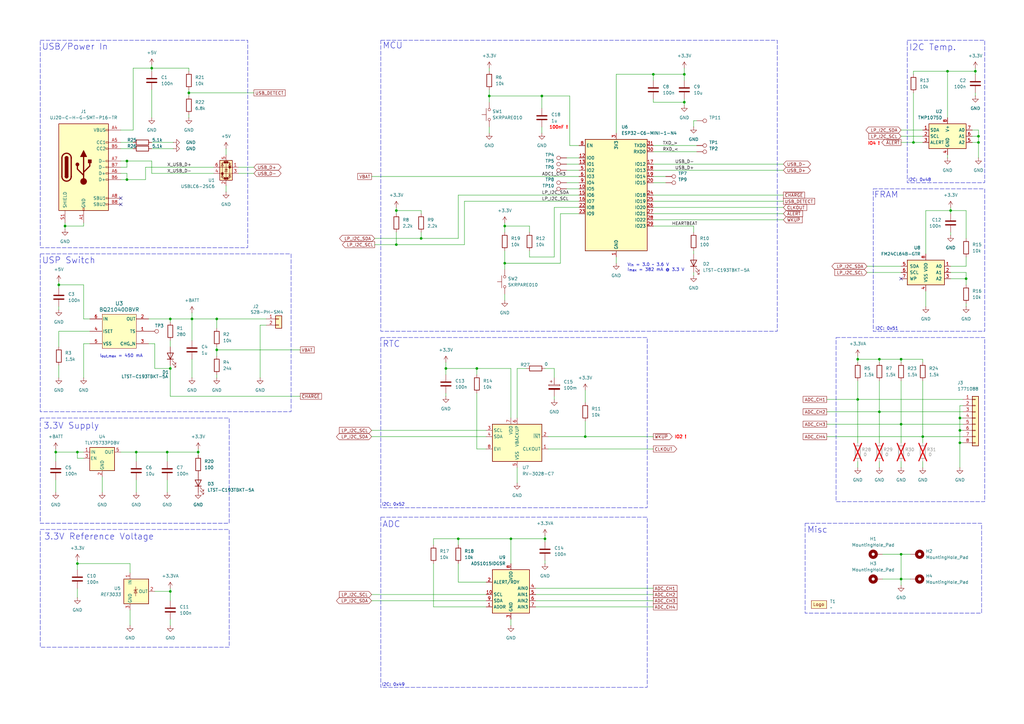
<source format=kicad_sch>
(kicad_sch (version 20250114) (generator "eeschema") (generator_version "9.0")
  (paper "A3")
  (title_block (title "SmartSense") (date "2025-10-29") (rev "002") (company "TechBird"))
  (rectangle (start 16.51 171.45) (end 93.98 214.63) (stroke (width 0) (type dash)))
  (rectangle (start 16.51 217.17) (end 93.98 265.43) (stroke (width 0) (type dash)))
  (rectangle (start 330.2 214.63) (end 402.59 251.46) (stroke (width 0) (type dash)))
  (rectangle (start 358.14 77.47) (end 403.86 135.89) (stroke (width 0) (type dash)))
  (rectangle (start 16.51 104.14) (end 119.38 168.91) (stroke (width 0) (type dash)))
  (rectangle (start 156.21 212.09) (end 265.43 281.94) (stroke (width 0) (type dash)))
  (rectangle (start 342.9 138.43) (end 403.86 205.74) (stroke (width 0) (type dash)))
  (rectangle (start 156.21 16.51) (end 318.77 135.89) (stroke (width 0) (type dash)))
  (rectangle (start 372.11 16.51) (end 403.86 74.93) (stroke (width 0) (type dash)))
  (rectangle (start 16.51 16.51) (end 101.6 101.6) (stroke (width 0) (type dash)))
  (rectangle (start 156.21 138.43) (end 265.43 208.28) (stroke (width 0) (type dash)))
  (text "3.3V Reference Voltage" (at 40.64 220.218 0) (effects (font (size 2.54 2.54))))
  (text "3.3V Supply" (at 29.21 174.752 0) (effects (font (size 2.54 2.54))))
  (text "USP Switch" (at 28.194 106.934 0) (effects (font (size 2.54 2.54))))
  (text "Misc" (at 335.28 217.424 0) (effects (font (size 2.5 2.5))))
  (text "I2C Temp." (at 382.524 19.558 0) (effects (font (size 2.54 2.54))))
  (text "USB/Power In" (at 30.734 19.304 0) (effects (font (size 2.54 2.54))))
  (text "I2C: 0x49" (at 161.29 280.924 0) (effects (font (size 1.27 1.27))))
  (text "V_{in} = 3.0 ~ 3.6 V\nI_{max} = 382 mA @ 3.3 V" (at 257.302 107.95 0) (effects (font (size 1.27 1.27)) (justify left top)))
  (text "I2C: 0x52" (at 161.29 207.01 0) (effects (font (size 1.27 1.27))))
  (text "RTC" (at 160.528 141.224 0) (effects (font (size 2.54 2.54))))
  (text "I_{out,max} = 450 mA" (at 40.894 145.288 0) (effects (font (size 1.27 1.27)) (justify left top)))
  (text "I2C: 0x51" (at 363.728 134.874 0) (effects (font (size 1.27 1.27))))
  (text "ADC" (at 160.528 215.138 0) (effects (font (size 2.54 2.54))))
  (text "100nF !" (at 229.108 52.324 0) (effects (font (size 1.27 1.27) (thickness 0.254) (bold yes))))
  (text "IO4 !" (at 358.394 58.928 0) (effects (font (size 1.27 1.27) (thickness 0.254) (bold yes))))
  (text "IO2 !" (at 279.146 179.324 0) (effects (font (size 1.27 1.27) (thickness 0.254) (bold yes))))
  (text "MCU" (at 161.036 18.796 0) (effects (font (size 2.54 2.54))))
  (text "I2C: 0x48" (at 377.19 73.914 0) (effects (font (size 1.27 1.27))))
  (text "FRAM" (at 363.474 80.01 0) (effects (font (size 2.54 2.54))))
  (junction (at 378.46 179.07))
  (junction (at 393.7 176.53))
  (junction (at 69.85 130.81))
  (junction (at 240.03 179.07))
  (junction (at 69.85 242.57))
  (junction (at 68.58 185.42))
  (junction (at 369.57 237.49))
  (junction (at 360.68 168.91))
  (junction (at 26.67 92.71))
  (junction (at 52.07 73.66))
  (junction (at 396.24 114.3))
  (junction (at 351.79 163.83))
  (junction (at 187.96 220.98))
  (junction (at 195.58 151.13))
  (junction (at 369.57 227.33))
  (junction (at 351.79 147.32))
  (junction (at 172.72 97.79))
  (junction (at 24.13 116.84))
  (junction (at 78.74 130.81))
  (junction (at 360.68 147.32))
  (junction (at 62.23 27.94))
  (junction (at 88.9 130.81))
  (junction (at 389.89 86.36))
  (junction (at 388.62 29.21))
  (junction (at 369.57 147.32))
  (junction (at 280.67 30.48))
  (junction (at 401.32 58.42))
  (junction (at 267.97 30.48))
  (junction (at 81.28 185.42))
  (junction (at 393.7 171.45))
  (junction (at 182.88 151.13))
  (junction (at 88.9 143.51))
  (junction (at 393.7 181.61))
  (junction (at 374.65 58.42))
  (junction (at 207.01 107.95))
  (junction (at 369.57 173.99))
  (junction (at 207.01 92.71))
  (junction (at 162.56 86.36))
  (junction (at 280.67 41.91))
  (junction (at 55.88 185.42))
  (junction (at 77.47 38.1))
  (junction (at 200.66 39.37))
  (junction (at 31.75 231.14))
  (junction (at 52.07 66.04))
  (junction (at 209.55 220.98))
  (junction (at 223.52 220.98))
  (junction (at 162.56 100.33))
  (junction (at 69.85 151.13))
  (junction (at 22.86 185.42))
  (junction (at 31.75 185.42))
  (junction (at 222.25 39.37))
  (junction (at 401.32 55.88))
  (junction (at 400.05 29.21))
  (no_connect (at 49.53 81.28))
  (no_connect (at 369.57 114.3))
  (no_connect (at 49.53 83.82))
  (wire (pts (xy 267.97 59.69) (xy 285.75 59.69)))
  (wire (pts (xy 233.68 59.69) (xy 233.68 39.37)))
  (wire (pts (xy 393.7 176.53) (xy 393.7 181.61)))
  (wire (pts (xy 77.47 46.99) (xy 77.47 48.26)))
  (wire (pts (xy 24.13 115.57) (xy 24.13 116.84)))
  (wire (pts (xy 49.53 66.04) (xy 52.07 66.04)))
  (wire (pts (xy 207.01 107.95) (xy 229.87 107.95)))
  (wire (pts (xy 207.01 102.87) (xy 207.01 107.95)))
  (wire (pts (xy 351.79 163.83) (xy 339.09 163.83)))
  (wire (pts (xy 389.89 86.36) (xy 389.89 87.63)))
  (wire (pts (xy 360.68 168.91) (xy 394.97 168.91)))
  (wire (pts (xy 227.33 162.56) (xy 227.33 163.83)))
  (wire (pts (xy 355.6 111.76) (xy 369.57 111.76)))
  (wire (pts (xy 182.88 161.29) (xy 182.88 162.56)))
  (wire (pts (xy 54.61 53.34) (xy 54.61 27.94)))
  (wire (pts (xy 209.55 231.14) (xy 209.55 220.98)))
  (wire (pts (xy 49.53 71.12) (xy 52.07 71.12)))
  (wire (pts (xy 199.39 248.92) (xy 177.8 248.92)))
  (wire (pts (xy 68.58 189.23) (xy 68.58 185.42)))
  (wire (pts (xy 200.66 52.07) (xy 200.66 54.61)))
  (wire (pts (xy 97.79 71.12) (xy 104.14 71.12)))
  (wire (pts (xy 240.03 179.07) (xy 240.03 172.72)))
  (wire (pts (xy 396.24 86.36) (xy 389.89 86.36)))
  (wire (pts (xy 69.85 242.57) (xy 69.85 246.38)))
  (wire (pts (xy 388.62 48.26) (xy 388.62 29.21)))
  (wire (pts (xy 400.05 27.94) (xy 400.05 29.21)))
  (wire (pts (xy 97.79 68.58) (xy 104.14 68.58)))
  (wire (pts (xy 209.55 254) (xy 209.55 256.54)))
  (wire (pts (xy 280.67 30.48) (xy 267.97 30.48)))
  (wire (pts (xy 378.46 53.34) (xy 369.57 53.34)))
  (wire (pts (xy 78.74 147.32) (xy 78.74 154.94)))
  (wire (pts (xy 379.73 119.38) (xy 379.73 125.73)))
  (wire (pts (xy 59.69 68.58) (xy 59.69 73.66)))
  (wire (pts (xy 49.53 58.42) (xy 54.61 58.42)))
  (wire (pts (xy 398.78 53.34) (xy 401.32 53.34)))
  (wire (pts (xy 280.67 33.02) (xy 280.67 30.48)))
  (wire (pts (xy 400.05 29.21) (xy 400.05 30.48)))
  (wire (pts (xy 69.85 254) (xy 69.85 256.54)))
  (wire (pts (xy 374.65 58.42) (xy 378.46 58.42)))
  (wire (pts (xy 394.97 171.45) (xy 393.7 171.45)))
  (wire (pts (xy 227.33 85.09) (xy 237.49 85.09)))
  (wire (pts (xy 219.71 246.38) (xy 267.97 246.38)))
  (wire (pts (xy 34.29 130.81) (xy 34.29 116.84)))
  (wire (pts (xy 396.24 111.76) (xy 396.24 114.3)))
  (wire (pts (xy 187.96 238.76) (xy 187.96 231.14)))
  (wire (pts (xy 394.97 181.61) (xy 393.7 181.61)))
  (wire (pts (xy 34.29 140.97) (xy 34.29 154.94)))
  (wire (pts (xy 60.96 130.81) (xy 69.85 130.81)))
  (wire (pts (xy 152.4 176.53) (xy 199.39 176.53)))
  (wire (pts (xy 267.97 72.39) (xy 273.05 72.39)))
  (wire (pts (xy 360.68 168.91) (xy 339.09 168.91)))
  (wire (pts (xy 31.75 185.42) (xy 22.86 185.42)))
  (wire (pts (xy 388.62 63.5) (xy 388.62 64.77)))
  (wire (pts (xy 162.56 100.33) (xy 162.56 95.25)))
  (wire (pts (xy 26.67 92.71) (xy 26.67 93.98)))
  (wire (pts (xy 88.9 143.51) (xy 123.19 143.51)))
  (wire (pts (xy 396.24 114.3) (xy 396.24 116.84)))
  (wire (pts (xy 217.17 105.41) (xy 227.33 105.41)))
  (wire (pts (xy 280.67 40.64) (xy 280.67 41.91)))
  (wire (pts (xy 200.66 27.94) (xy 200.66 29.21)))
  (wire (pts (xy 22.86 185.42) (xy 22.86 189.23)))
  (wire (pts (xy 53.34 250.19) (xy 53.34 256.54)))
  (wire (pts (xy 394.97 176.53) (xy 393.7 176.53)))
  (wire (pts (xy 401.32 64.77) (xy 401.32 58.42)))
  (wire (pts (xy 36.83 140.97) (xy 34.29 140.97)))
  (wire (pts (xy 361.95 237.49) (xy 369.57 237.49)))
  (wire (pts (xy 60.96 140.97) (xy 63.5 140.97)))
  (wire (pts (xy 152.4 246.38) (xy 199.39 246.38)))
  (wire (pts (xy 280.67 27.94) (xy 280.67 30.48)))
  (wire (pts (xy 389.89 95.25) (xy 389.89 96.52)))
  (wire (pts (xy 237.49 64.77) (xy 232.41 64.77)))
  (wire (pts (xy 78.74 128.27) (xy 78.74 130.81)))
  (wire (pts (xy 222.25 52.07) (xy 222.25 54.61)))
  (wire (pts (xy 187.96 220.98) (xy 209.55 220.98)))
  (wire (pts (xy 68.58 185.42) (xy 81.28 185.42)))
  (wire (pts (xy 378.46 179.07) (xy 394.97 179.07)))
  (wire (pts (xy 212.09 151.13) (xy 212.09 171.45)))
  (wire (pts (xy 207.01 92.71) (xy 207.01 91.44)))
  (wire (pts (xy 63.5 242.57) (xy 69.85 242.57)))
  (wire (pts (xy 360.68 168.91) (xy 360.68 181.61)))
  (wire (pts (xy 267.97 62.23) (xy 285.75 62.23)))
  (wire (pts (xy 106.68 133.35) (xy 106.68 154.94)))
  (wire (pts (xy 222.25 39.37) (xy 200.66 39.37)))
  (wire (pts (xy 267.97 85.09) (xy 321.31 85.09)))
  (wire (pts (xy 374.65 38.1) (xy 374.65 58.42)))
  (wire (pts (xy 54.61 27.94) (xy 62.23 27.94)))
  (wire (pts (xy 369.57 55.88) (xy 378.46 55.88)))
  (wire (pts (xy 87.63 71.12) (xy 62.23 71.12)))
  (wire (pts (xy 177.8 248.92) (xy 177.8 231.14)))
  (wire (pts (xy 217.17 92.71) (xy 217.17 95.25)))
  (wire (pts (xy 68.58 185.42) (xy 55.88 185.42)))
  (wire (pts (xy 360.68 156.21) (xy 360.68 168.91)))
  (wire (pts (xy 396.24 86.36) (xy 396.24 97.79)))
  (wire (pts (xy 396.24 124.46) (xy 396.24 125.73)))
  (wire (pts (xy 41.91 195.58) (xy 41.91 201.93)))
  (wire (pts (xy 26.67 91.44) (xy 26.67 92.71)))
  (wire (pts (xy 153.67 97.79) (xy 172.72 97.79)))
  (wire (pts (xy 361.95 227.33) (xy 369.57 227.33)))
  (wire (pts (xy 284.48 92.71) (xy 284.48 95.25)))
  (wire (pts (xy 237.49 74.93) (xy 232.41 74.93)))
  (wire (pts (xy 62.23 60.96) (xy 71.12 60.96)))
  (wire (pts (xy 401.32 55.88) (xy 401.32 58.42)))
  (wire (pts (xy 53.34 231.14) (xy 53.34 234.95)))
  (wire (pts (xy 389.89 114.3) (xy 396.24 114.3)))
  (wire (pts (xy 398.78 55.88) (xy 401.32 55.88)))
  (wire (pts (xy 92.71 60.96) (xy 92.71 63.5)))
  (wire (pts (xy 267.97 30.48) (xy 252.73 30.48)))
  (wire (pts (xy 69.85 241.3) (xy 69.85 242.57)))
  (wire (pts (xy 355.6 109.22) (xy 369.57 109.22)))
  (wire (pts (xy 52.07 66.04) (xy 52.07 68.58)))
  (wire (pts (xy 237.49 59.69) (xy 233.68 59.69)))
  (wire (pts (xy 62.23 71.12) (xy 62.23 66.04)))
  (wire (pts (xy 223.52 229.87) (xy 223.52 231.14)))
  (wire (pts (xy 267.97 80.01) (xy 321.31 80.01)))
  (wire (pts (xy 369.57 227.33) (xy 369.57 237.49)))
  (wire (pts (xy 394.97 166.37) (xy 393.7 166.37)))
  (wire (pts (xy 81.28 185.42) (xy 81.28 186.69)))
  (wire (pts (xy 34.29 116.84) (xy 24.13 116.84)))
  (wire (pts (xy 77.47 38.1) (xy 104.14 38.1)))
  (wire (pts (xy 252.73 30.48) (xy 252.73 54.61)))
  (wire (pts (xy 223.52 220.98) (xy 209.55 220.98)))
  (wire (pts (xy 34.29 187.96) (xy 31.75 187.96)))
  (wire (pts (xy 222.25 39.37) (xy 222.25 44.45)))
  (wire (pts (xy 182.88 148.59) (xy 182.88 151.13)))
  (wire (pts (xy 240.03 179.07) (xy 267.97 179.07)))
  (wire (pts (xy 55.88 196.85) (xy 55.88 201.93)))
  (wire (pts (xy 52.07 71.12) (xy 52.07 73.66)))
  (wire (pts (xy 59.69 73.66) (xy 52.07 73.66)))
  (wire (pts (xy 34.29 92.71) (xy 26.67 92.71)))
  (wire (pts (xy 369.57 58.42) (xy 374.65 58.42)))
  (wire (pts (xy 49.53 73.66) (xy 52.07 73.66)))
  (wire (pts (xy 69.85 139.7) (xy 69.85 142.24)))
  (wire (pts (xy 369.57 156.21) (xy 369.57 173.99)))
  (wire (pts (xy 237.49 80.01) (xy 187.96 80.01)))
  (wire (pts (xy 219.71 241.3) (xy 267.97 241.3)))
  (wire (pts (xy 78.74 139.7) (xy 78.74 130.81)))
  (wire (pts (xy 284.48 49.53) (xy 285.75 49.53)))
  (wire (pts (xy 351.79 189.23) (xy 351.79 191.77)))
  (wire (pts (xy 374.65 30.48) (xy 374.65 29.21)))
  (wire (pts (xy 217.17 92.71) (xy 207.01 92.71)))
  (wire (pts (xy 237.49 67.31) (xy 232.41 67.31)))
  (wire (pts (xy 187.96 220.98) (xy 187.96 223.52)))
  (wire (pts (xy 351.79 156.21) (xy 351.79 163.83)))
  (wire (pts (xy 24.13 135.89) (xy 24.13 142.24)))
  (wire (pts (xy 393.7 181.61) (xy 393.7 191.77)))
  (wire (pts (xy 209.55 151.13) (xy 195.58 151.13)))
  (wire (pts (xy 351.79 163.83) (xy 394.97 163.83)))
  (wire (pts (xy 360.68 147.32) (xy 351.79 147.32)))
  (wire (pts (xy 207.01 92.71) (xy 207.01 95.25)))
  (wire (pts (xy 77.47 38.1) (xy 77.47 39.37)))
  (wire (pts (xy 77.47 27.94) (xy 77.47 29.21)))
  (wire (pts (xy 55.88 185.42) (xy 55.88 189.23)))
  (wire (pts (xy 360.68 148.59) (xy 360.68 147.32)))
  (wire (pts (xy 62.23 36.83) (xy 62.23 48.26)))
  (wire (pts (xy 267.97 82.55) (xy 321.31 82.55)))
  (wire (pts (xy 267.97 69.85) (xy 321.31 69.85)))
  (wire (pts (xy 224.79 179.07) (xy 240.03 179.07)))
  (wire (pts (xy 62.23 27.94) (xy 77.47 27.94)))
  (wire (pts (xy 284.48 102.87) (xy 284.48 104.14)))
  (wire (pts (xy 152.4 72.39) (xy 237.49 72.39)))
  (wire (pts (xy 36.83 130.81) (xy 34.29 130.81)))
  (wire (pts (xy 267.97 40.64) (xy 267.97 41.91)))
  (wire (pts (xy 351.79 146.05) (xy 351.79 147.32)))
  (wire (pts (xy 378.46 156.21) (xy 378.46 179.07)))
  (wire (pts (xy 34.29 91.44) (xy 34.29 92.71)))
  (wire (pts (xy 69.85 151.13) (xy 69.85 162.56)))
  (wire (pts (xy 379.73 104.14) (xy 379.73 86.36)))
  (wire (pts (xy 212.09 191.77) (xy 212.09 198.12)))
  (wire (pts (xy 31.75 229.87) (xy 31.75 231.14)))
  (wire (pts (xy 280.67 41.91) (xy 280.67 43.18)))
  (wire (pts (xy 24.13 149.86) (xy 24.13 154.94)))
  (wire (pts (xy 378.46 179.07) (xy 378.46 181.61)))
  (wire (pts (xy 252.73 105.41) (xy 252.73 107.95)))
  (wire (pts (xy 31.75 231.14) (xy 53.34 231.14)))
  (wire (pts (xy 22.86 184.15) (xy 22.86 185.42)))
  (wire (pts (xy 378.46 189.23) (xy 378.46 191.77)))
  (wire (pts (xy 223.52 219.71) (xy 223.52 220.98)))
  (wire (pts (xy 207.01 120.65) (xy 207.01 123.19)))
  (wire (pts (xy 224.79 184.15) (xy 267.97 184.15)))
  (wire (pts (xy 389.89 109.22) (xy 396.24 109.22)))
  (wire (pts (xy 237.49 82.55) (xy 190.5 82.55)))
  (wire (pts (xy 69.85 151.13) (xy 69.85 149.86)))
  (wire (pts (xy 401.32 53.34) (xy 401.32 55.88)))
  (wire (pts (xy 31.75 185.42) (xy 34.29 185.42)))
  (wire (pts (xy 24.13 125.73) (xy 24.13 127)))
  (wire (pts (xy 267.97 92.71) (xy 284.48 92.71)))
  (wire (pts (xy 24.13 135.89) (xy 36.83 135.89)))
  (wire (pts (xy 229.87 87.63) (xy 229.87 107.95)))
  (wire (pts (xy 267.97 74.93) (xy 273.05 74.93)))
  (wire (pts (xy 389.89 111.76) (xy 396.24 111.76)))
  (wire (pts (xy 369.57 237.49) (xy 373.38 237.49)))
  (wire (pts (xy 200.66 39.37) (xy 200.66 41.91)))
  (wire (pts (xy 267.97 87.63) (xy 321.31 87.63)))
  (wire (pts (xy 182.88 151.13) (xy 182.88 153.67)))
  (wire (pts (xy 378.46 179.07) (xy 339.09 179.07)))
  (wire (pts (xy 162.56 86.36) (xy 162.56 87.63)))
  (wire (pts (xy 369.57 227.33) (xy 373.38 227.33)))
  (wire (pts (xy 396.24 109.22) (xy 396.24 105.41)))
  (wire (pts (xy 152.4 179.07) (xy 199.39 179.07)))
  (wire (pts (xy 212.09 151.13) (xy 215.9 151.13)))
  (wire (pts (xy 374.65 29.21) (xy 388.62 29.21)))
  (wire (pts (xy 24.13 116.84) (xy 24.13 118.11)))
  (wire (pts (xy 109.22 133.35) (xy 106.68 133.35)))
  (wire (pts (xy 187.96 80.01) (xy 187.96 97.79)))
  (wire (pts (xy 69.85 130.81) (xy 78.74 130.81)))
  (wire (pts (xy 369.57 237.49) (xy 369.57 240.03)))
  (wire (pts (xy 223.52 220.98) (xy 223.52 222.25)))
  (wire (pts (xy 393.7 171.45) (xy 393.7 176.53)))
  (wire (pts (xy 195.58 151.13) (xy 195.58 153.67)))
  (wire (pts (xy 78.74 130.81) (xy 88.9 130.81)))
  (wire (pts (xy 237.49 77.47) (xy 232.41 77.47)))
  (wire (pts (xy 240.03 160.02) (xy 240.03 165.1)))
  (wire (pts (xy 190.5 82.55) (xy 190.5 100.33)))
  (wire (pts (xy 369.57 173.99) (xy 369.57 181.61)))
  (wire (pts (xy 62.23 26.67) (xy 62.23 27.94)))
  (wire (pts (xy 63.5 151.13) (xy 69.85 151.13)))
  (wire (pts (xy 227.33 105.41) (xy 227.33 85.09)))
  (wire (pts (xy 63.5 140.97) (xy 63.5 151.13)))
  (wire (pts (xy 351.79 163.83) (xy 351.79 181.61)))
  (wire (pts (xy 233.68 39.37) (xy 222.25 39.37)))
  (wire (pts (xy 219.71 248.92) (xy 267.97 248.92)))
  (wire (pts (xy 87.63 68.58) (xy 59.69 68.58)))
  (wire (pts (xy 49.53 60.96) (xy 54.61 60.96)))
  (wire (pts (xy 389.89 85.09) (xy 389.89 86.36)))
  (wire (pts (xy 172.72 97.79) (xy 187.96 97.79)))
  (wire (pts (xy 267.97 67.31) (xy 321.31 67.31)))
  (wire (pts (xy 401.32 58.42) (xy 398.78 58.42)))
  (wire (pts (xy 393.7 166.37) (xy 393.7 171.45)))
  (wire (pts (xy 284.48 111.76) (xy 284.48 113.03)))
  (wire (pts (xy 31.75 187.96) (xy 31.75 185.42)))
  (wire (pts (xy 267.97 90.17) (xy 321.31 90.17)))
  (wire (pts (xy 152.4 243.84) (xy 199.39 243.84)))
  (wire (pts (xy 172.72 87.63) (xy 172.72 86.36)))
  (wire (pts (xy 237.49 69.85) (xy 232.41 69.85)))
  (wire (pts (xy 388.62 29.21) (xy 400.05 29.21)))
  (wire (pts (xy 31.75 231.14) (xy 31.75 233.68)))
  (wire (pts (xy 172.72 97.79) (xy 172.72 95.25)))
  (wire (pts (xy 69.85 130.81) (xy 69.85 132.08)))
  (wire (pts (xy 88.9 153.67) (xy 88.9 154.94)))
  (wire (pts (xy 62.23 27.94) (xy 62.23 29.21)))
  (wire (pts (xy 195.58 184.15) (xy 195.58 161.29)))
  (wire (pts (xy 351.79 147.32) (xy 351.79 148.59)))
  (wire (pts (xy 52.07 68.58) (xy 49.53 68.58)))
  (wire (pts (xy 369.57 147.32) (xy 360.68 147.32)))
  (wire (pts (xy 88.9 142.24) (xy 88.9 143.51)))
  (wire (pts (xy 88.9 130.81) (xy 88.9 134.62)))
  (wire (pts (xy 77.47 36.83) (xy 77.47 38.1)))
  (wire (pts (xy 22.86 196.85) (xy 22.86 201.93)))
  (wire (pts (xy 369.57 173.99) (xy 339.09 173.99)))
  (wire (pts (xy 62.23 66.04) (xy 52.07 66.04)))
  (wire (pts (xy 172.72 86.36) (xy 162.56 86.36)))
  (wire (pts (xy 207.01 107.95) (xy 207.01 110.49)))
  (wire (pts (xy 49.53 53.34) (xy 54.61 53.34)))
  (wire (pts (xy 378.46 147.32) (xy 369.57 147.32)))
  (wire (pts (xy 369.57 173.99) (xy 394.97 173.99)))
  (wire (pts (xy 223.52 151.13) (xy 227.33 151.13)))
  (wire (pts (xy 217.17 102.87) (xy 217.17 105.41)))
  (wire (pts (xy 195.58 151.13) (xy 182.88 151.13)))
  (wire (pts (xy 88.9 143.51) (xy 88.9 146.05)))
  (wire (pts (xy 68.58 196.85) (xy 68.58 201.93)))
  (wire (pts (xy 267.97 41.91) (xy 280.67 41.91)))
  (wire (pts (xy 369.57 189.23) (xy 369.57 191.77)))
  (wire (pts (xy 237.49 87.63) (xy 229.87 87.63)))
  (wire (pts (xy 199.39 238.76) (xy 187.96 238.76)))
  (wire (pts (xy 200.66 36.83) (xy 200.66 39.37)))
  (wire (pts (xy 379.73 86.36) (xy 389.89 86.36)))
  (wire (pts (xy 69.85 162.56) (xy 123.19 162.56)))
  (wire (pts (xy 360.68 189.23) (xy 360.68 191.77)))
  (wire (pts (xy 92.71 76.2) (xy 92.71 78.74)))
  (wire (pts (xy 88.9 130.81) (xy 109.22 130.81)))
  (wire (pts (xy 162.56 85.09) (xy 162.56 86.36)))
  (wire (pts (xy 209.55 171.45) (xy 209.55 151.13)))
  (wire (pts (xy 378.46 148.59) (xy 378.46 147.32)))
  (wire (pts (xy 177.8 220.98) (xy 187.96 220.98)))
  (wire (pts (xy 227.33 151.13) (xy 227.33 154.94)))
  (wire (pts (xy 284.48 52.07) (xy 284.48 49.53)))
  (wire (pts (xy 199.39 184.15) (xy 195.58 184.15)))
  (wire (pts (xy 31.75 241.3) (xy 31.75 245.11)))
  (wire (pts (xy 219.71 243.84) (xy 267.97 243.84)))
  (wire (pts (xy 400.05 38.1) (xy 400.05 39.37)))
  (wire (pts (xy 267.97 33.02) (xy 267.97 30.48)))
  (wire (pts (xy 369.57 148.59) (xy 369.57 147.32)))
  (wire (pts (xy 190.5 100.33) (xy 162.56 100.33)))
  (wire (pts (xy 49.53 185.42) (xy 55.88 185.42)))
  (wire (pts (xy 62.23 58.42) (xy 71.12 58.42)))
  (wire (pts (xy 153.67 100.33) (xy 162.56 100.33)))
  (wire (pts (xy 81.28 184.15) (xy 81.28 185.42)))
  (wire (pts (xy 177.8 223.52) (xy 177.8 220.98)))
  (label "X_USB_D+" (at 68.58 68.58 0))
  (label "TXD_>" (at 271.78 59.69 0))
  (label "LP_I2C_SDA" (at 222.25 80.01 0))
  (label "USB_D+" (at 276.86 69.85 0))
  (label "X_USB_D-" (at 68.58 71.12 0))
  (label "USB_D-" (at 276.86 67.31 0))
  (label "HEARTBEAT" (at 275.59 92.71 0))
  (label "RXD_<" (at 271.78 62.23 0))
  (label "ADC1_CH3" (at 222.25 72.39 0))
  (label "LP_I2C_SCL" (at 222.25 82.55 0))
  (global_label "ADC_CH4" (shape passive) (at 339.09 179.07 180) (property "Intersheetrefs" "${INTERSHEET_REFS}" (effects (hide yes))))
  (global_label "ADC_CH4" (shape passive) (at 267.97 248.92 0) (property "Intersheetrefs" "${INTERSHEET_REFS}" (effects (hide yes))))
  (global_label "~{CHARGE}" (shape passive) (at 123.19 162.56 0) (property "Intersheetrefs" "${INTERSHEET_REFS}" (effects (hide yes))))
  (global_label "~{CHARGE}" (shape passive) (at 321.31 80.01 0) (property "Intersheetrefs" "${INTERSHEET_REFS}" (effects (hide yes))))
  (global_label "LP_I2C_SCL" (shape output) (at 153.67 100.33 180) (property "Intersheetrefs" "${INTERSHEET_REFS}" (effects (hide yes))))
  (global_label "~{WKUP}" (shape output) (at 267.97 179.07 0) (property "Intersheetrefs" "${INTERSHEET_REFS}" (effects (hide yes))))
  (global_label "LP_I2C_SCL" (shape input) (at 355.6 111.76 180) (property "Intersheetrefs" "${INTERSHEET_REFS}" (effects (hide yes))))
  (global_label "USB_DETECT" (shape passive) (at 104.14 38.1 0) (property "Intersheetrefs" "${INTERSHEET_REFS}" (effects (hide yes))))
  (global_label "ADC_CH2" (shape passive) (at 267.97 243.84 0) (property "Intersheetrefs" "${INTERSHEET_REFS}" (effects (hide yes))))
  (global_label "VBAT" (shape passive) (at 152.4 72.39 180) (property "Intersheetrefs" "${INTERSHEET_REFS}" (effects (hide yes))))
  (global_label "CLKOUT" (shape output) (at 267.97 184.15 0) (property "Intersheetrefs" "${INTERSHEET_REFS}" (effects (hide yes))))
  (global_label "~{ALERT}" (shape input) (at 321.31 87.63 0) (property "Intersheetrefs" "${INTERSHEET_REFS}" (effects (hide yes))))
  (global_label "LP_I2C_SCL" (shape input) (at 369.57 55.88 180) (property "Intersheetrefs" "${INTERSHEET_REFS}" (effects (hide yes))))
  (global_label "LP_I2C_SCL" (shape input) (at 152.4 176.53 180) (property "Intersheetrefs" "${INTERSHEET_REFS}" (effects (hide yes))))
  (global_label "~{ALERT}" (shape output) (at 369.57 58.42 180) (property "Intersheetrefs" "${INTERSHEET_REFS}" (effects (hide yes))))
  (global_label "~{WKUP}" (shape input) (at 321.31 90.17 0) (property "Intersheetrefs" "${INTERSHEET_REFS}" (effects (hide yes))))
  (global_label "ADC_CH3" (shape passive) (at 339.09 173.99 180) (property "Intersheetrefs" "${INTERSHEET_REFS}" (effects (hide yes))))
  (global_label "VBAT" (shape passive) (at 123.19 143.51 0) (property "Intersheetrefs" "${INTERSHEET_REFS}" (effects (hide yes))))
  (global_label "USB_DETECT" (shape passive) (at 321.31 82.55 0) (property "Intersheetrefs" "${INTERSHEET_REFS}" (effects (hide yes))))
  (global_label "LP_I2C_SDA" (shape bidirectional) (at 355.6 109.22 180) (property "Intersheetrefs" "${INTERSHEET_REFS}" (effects (hide yes))))
  (global_label "LP_I2C_SCL" (shape input) (at 152.4 243.84 180) (property "Intersheetrefs" "${INTERSHEET_REFS}" (effects (hide yes))))
  (global_label "LP_I2C_SDA" (shape bidirectional) (at 152.4 246.38 180) (property "Intersheetrefs" "${INTERSHEET_REFS}" (effects (hide yes))))
  (global_label "LP_I2C_SDA" (shape bidirectional) (at 152.4 179.07 180) (property "Intersheetrefs" "${INTERSHEET_REFS}" (effects (hide yes))))
  (global_label "ADC_CH2" (shape passive) (at 339.09 168.91 180) (property "Intersheetrefs" "${INTERSHEET_REFS}" (effects (hide yes))))
  (global_label "CLKOUT" (shape input) (at 321.31 85.09 0) (property "Intersheetrefs" "${INTERSHEET_REFS}" (effects (hide yes))))
  (global_label "USB_D-" (shape bidirectional) (at 321.31 67.31 0) (property "Intersheetrefs" "${INTERSHEET_REFS}" (effects (hide yes))))
  (global_label "ADC_CH1" (shape passive) (at 339.09 163.83 180) (property "Intersheetrefs" "${INTERSHEET_REFS}" (effects (hide yes))))
  (global_label "ADC_CH3" (shape passive) (at 267.97 246.38 0) (property "Intersheetrefs" "${INTERSHEET_REFS}" (effects (hide yes))))
  (global_label "LP_I2C_SDA" (shape bidirectional) (at 369.57 53.34 180) (property "Intersheetrefs" "${INTERSHEET_REFS}" (effects (hide yes))))
  (global_label "USB_D+" (shape bidirectional) (at 321.31 69.85 0) (property "Intersheetrefs" "${INTERSHEET_REFS}" (effects (hide yes))))
  (global_label "LP_I2C_SDA" (shape bidirectional) (at 153.67 97.79 180) (property "Intersheetrefs" "${INTERSHEET_REFS}" (effects (hide yes))))
  (global_label "USB_D+" (shape bidirectional) (at 104.14 68.58 0) (property "Intersheetrefs" "${INTERSHEET_REFS}" (effects (hide yes))))
  (global_label "ADC_CH1" (shape passive) (at 267.97 241.3 0) (property "Intersheetrefs" "${INTERSHEET_REFS}" (effects (hide yes))))
  (global_label "USB_D-" (shape bidirectional) (at 104.14 71.12 0) (property "Intersheetrefs" "${INTERSHEET_REFS}" (effects (hide yes))))
  (symbol (lib_id "Device:R") (at 24.13 146.05 0) (unit 1)
    (property "Reference" "R3" (at 26.67 144.7799 0) (effects (justify left)))
    (property "Value" "1.5k" (at 26.67 147.3199 0) (effects (justify left)))
    (property "Footprint" "Resistor_SMD:R_0603_1608Metric" (effects (hide yes)))
    (property "Description" "Resistor" (effects (hide yes)))
    (property "MFG" "Panasonic Electronic Components" (effects (hide yes)))
    (property "MFG#" "ERA-3AEB152V" (effects (hide yes)))
    (property "DigiKey" "P1.5KDBCT-ND" (effects (hide yes)))
    (property "Distri Link" "https://www.digikey.de/de/products/detail/panasonic-electronic-components/ERA-3AEB152V/1465858" (effects (hide yes)))
  )
  (symbol (lib_id "Device:C") (at 222.25 48.26 0) (unit 1)
    (property "Reference" "C18" (at 226.06 46.9899 0) (effects (justify left)))
    (property "Value" "1u" (at 226.06 49.5299 0) (effects (justify left)))
    (property "Footprint" "Capacitor_SMD:C_0603_1608Metric" (effects (hide yes)))
    (property "Description" "Unpolarized capacitor" (effects (hide yes)))
    (property "MFG" "TDK Corporation" (effects (hide yes)))
    (property "MFG#" "C1608X7R1C105K080DC" (effects (hide yes)))
    (property "DigiKey" "445-C1608X7R1C105K080DCCT-ND" (effects (hide yes)))
    (property "Distri Link" "https://www.digikey.de/de/products/detail/tdk-corporation/C1608X7R1C105K080DC/22106152?s=N4IgTCBcDaICxwKwFoDCBGAbABgBwA0B2AJXQ20QGk9sARVVAFWQDlaQBdAXyA" (effects (hide yes)))
  )
  (symbol (lib_id "power:GND") (at 26.67 93.98 0) (unit 1)
    (property "Reference" "#PWR02" (effects (hide yes)))
    (property "Value" "GND" (at 26.67 99.06 0))
    (property "Description" "Power symbol creates a global label with name \"GND\" , ground" (effects (hide yes)))
  )
  (symbol (lib_id "power:+3.3VA") (at 351.79 146.05 0) (unit 1)
    (property "Reference" "#PWR01" (effects (hide yes)))
    (property "Value" "+3.3VA" (at 351.79 140.97 0))
    (property "Description" "Power symbol creates a global label with name \"+3.3VA\"" (effects (hide yes)))
  )
  (symbol (lib_id "power:GND") (at 222.25 54.61 0) (unit 1)
    (property "Reference" "#PWR022" (effects (hide yes)))
    (property "Value" "GND" (at 222.25 59.69 0))
    (property "Description" "Power symbol creates a global label with name \"GND\" , ground" (effects (hide yes)))
  )
  (symbol (lib_id "Mechanical:MountingHole_Pad") (at 375.92 227.33 270) (unit 1) (in_bom no)
    (property "Reference" "H2" (at 379.73 226.0599 90) (effects (justify left)))
    (property "Value" "MountingHole_Pad" (at 379.73 228.5999 90) (effects (justify left)))
    (property "Footprint" "MountingHole:MountingHole_3.2mm_M3_DIN965_Pad" (effects (hide yes)))
    (property "Description" "Mounting Hole with connection" (effects (hide yes)))
  )
  (symbol (lib_id "Device:R") (at 351.79 152.4 0) (unit 1)
    (property "Reference" "R5" (at 354.33 151.1299 0) (effects (justify left)))
    (property "Value" "1.5k" (at 354.33 153.6699 0) (effects (justify left)))
    (property "Footprint" "Resistor_SMD:R_0603_1608Metric" (effects (hide yes)))
    (property "Description" "Resistor" (effects (hide yes)))
    (property "MFG" "Panasonic Electronic Components" (effects (hide yes)))
    (property "MFG#" "ERA-3AEB152V" (effects (hide yes)))
    (property "DigiKey" "P1.5KDBCT-ND" (effects (hide yes)))
    (property "Distri Link" "https://www.digikey.de/de/products/detail/panasonic-electronic-components/ERA-3AEB152V/1465858" (effects (hide yes)))
  )
  (symbol (lib_id "power:GND") (at 209.55 256.54 0) (unit 1)
    (property "Reference" "#PWR016" (effects (hide yes)))
    (property "Value" "GND" (at 209.55 261.62 0))
    (property "Description" "Power symbol creates a global label with name \"GND\" , ground" (effects (hide yes)))
  )
  (symbol (lib_id "power:+3.3V") (at 240.03 160.02 0) (unit 1)
    (property "Reference" "#PWR010" (effects (hide yes)))
    (property "Value" "+3.3V" (at 240.03 154.94 0))
    (property "Description" "Power symbol creates a global label with name \"+3.3V\"" (effects (hide yes)))
  )
  (symbol (lib_id "Device:C") (at 400.05 34.29 0) (mirror y) (unit 1)
    (property "Reference" "C2" (at 396.24 33.0199 0) (effects (justify left)))
    (property "Value" "100n" (at 396.24 35.5599 0) (effects (justify left)))
    (property "Footprint" "Capacitor_SMD:C_0603_1608Metric" (effects (hide yes)))
    (property "Description" "Unpolarized capacitor" (effects (hide yes)))
    (property "MFG" "KEMET" (effects (hide yes)))
    (property "MFG#" "C0603C104K3RACTU" (effects (hide yes)))
    (property "DigiKey" "399-C0603C104K3RACTUCT-ND" (effects (hide yes)))
    (property "Distri Link" "https://www.digikey.de/de/products/detail/kemet/C0603C104K3RACTU/416044?s=N4IgTCBcDaIMwE4EFoDCAGAbOuqCM6ALANJwBKAgqgCoCqNyAcgCIgC6AvkA" (effects (hide yes)))
  )
  (symbol (lib_id "Connector:TestPoint") (at 285.75 59.69 270) (unit 1) (in_bom no)
    (property "Reference" "TP1" (at 290.83 58.4199 90) (effects (justify left)))
    (property "Value" "TestPoint" (effects (hide yes)))
    (property "Footprint" "TestPoint:TestPoint_Pad_D1.0mm" (effects (hide yes)))
    (property "Description" "test point" (effects (hide yes)))
  )
  (symbol (lib_id "power:GND") (at 41.91 201.93 0) (unit 1)
    (property "Reference" "#PWR034" (effects (hide yes)))
    (property "Value" "GND" (at 41.91 207.01 0))
    (property "Description" "Power symbol creates a global label with name \"GND\" , ground" (effects (hide yes)))
  )
  (symbol (lib_id "Device:R") (at 162.56 91.44 0) (unit 1)
    (property "Reference" "R8" (at 165.1 90.1699 0) (effects (justify left)))
    (property "Value" "2.2k" (at 165.1 92.7099 0) (effects (justify left)))
    (property "Footprint" "Resistor_SMD:R_0603_1608Metric" (effects (hide yes)))
    (property "Description" "Resistor" (effects (hide yes)))
    (property "DigiKey" "A129692CT-ND" (effects (hide yes)))
    (property "MFG" "TE Connectivity Passive Product" (effects (hide yes)))
    (property "MFG#" "CRGCQ0603F2K2" (effects (hide yes)))
    (property "Distri Link" "https://www.digikey.de/de/products/detail/te-connectivity-passive-product/CRGCQ0603F2K2/8576294?s=N4IgTCBcDaIIIEYwE4BsywGEAqBaAcgCIgC6AvkA" (effects (hide yes)))
  )
  (symbol (lib_id "Device:R") (at 217.17 99.06 0) (unit 1)
    (property "Reference" "R12" (at 219.71 97.7899 0) (effects (justify left)))
    (property "Value" "10k" (at 219.71 100.3299 0) (effects (justify left)))
    (property "Footprint" "Resistor_SMD:R_0603_1608Metric" (effects (hide yes)))
    (property "Description" "Resistor" (effects (hide yes)))
    (property "DigiKey" "311-10.0KHRCT-ND" (effects (hide yes)))
    (property "MFG" "YAGEO" (effects (hide yes)))
    (property "MFG#" "RC0603FR-0710KL" (effects (hide yes)))
    (property "Distri Link" "https://www.digikey.de/de/products/detail/yageo/RC0603FR-0710KL/726880?s=N4IgTCBcDaIMwEYEFoEAYB0aDSAJASgMIAqyAcgCIgC6AvkA" (effects (hide yes)))
  )
  (symbol (lib_id "Device:R") (at 172.72 91.44 0) (unit 1)
    (property "Reference" "R9" (at 175.26 90.1699 0) (effects (justify left)))
    (property "Value" "2.2k" (at 175.26 92.7099 0) (effects (justify left)))
    (property "Footprint" "Resistor_SMD:R_0603_1608Metric" (effects (hide yes)))
    (property "Description" "Resistor" (effects (hide yes)))
    (property "DigiKey" "A129692CT-ND" (effects (hide yes)))
    (property "MFG" "TE Connectivity Passive Product" (effects (hide yes)))
    (property "MFG#" "CRGCQ0603F2K2" (effects (hide yes)))
    (property "Distri Link" "https://www.digikey.de/de/products/detail/te-connectivity-passive-product/CRGCQ0603F2K2/8576294?s=N4IgTCBcDaIIIEYwE4BsywGEAqBaAcgCIgC6AvkA" (effects (hide yes)))
  )
  (symbol (lib_id "power:GND") (at 393.7 191.77 0) (mirror y) (unit 1)
    (property "Reference" "#PWR030" (effects (hide yes)))
    (property "Value" "GND" (at 393.7 196.85 0))
    (property "Description" "Power symbol creates a global label with name \"GND\" , ground" (effects (hide yes)))
  )
  (symbol (lib_id "Device:R") (at 396.24 120.65 0) (unit 1)
    (property "Reference" "R16" (at 398.78 119.3799 0) (effects (justify left)))
    (property "Value" "10k" (at 398.78 121.9199 0) (effects (justify left)))
    (property "Footprint" "Resistor_SMD:R_0603_1608Metric" (effects (hide yes)))
    (property "Description" "Resistor" (effects (hide yes)))
    (property "DigiKey" "311-10.0KHRCT-ND" (effects (hide yes)))
    (property "MFG" "YAGEO" (effects (hide yes)))
    (property "MFG#" "RC0603FR-0710KL" (effects (hide yes)))
    (property "Distri Link" "https://www.digikey.de/de/products/detail/yageo/RC0603FR-0710KL/726880?s=N4IgTCBcDaIMwEYEFoEAYB0aDSAJASgMIAqyAcgCIgC6AvkA" (effects (hide yes)))
  )
  (symbol (lib_id "power:GND") (at 223.52 231.14 0) (unit 1)
    (property "Reference" "#PWR050" (effects (hide yes)))
    (property "Value" "GND" (at 223.52 236.22 0))
    (property "Description" "Power symbol creates a global label with name \"GND\" , ground" (effects (hide yes)))
  )
  (symbol (lib_id "power:GND") (at 389.89 96.52 0) (mirror y) (unit 1)
    (property "Reference" "#PWR04" (effects (hide yes)))
    (property "Value" "GND" (at 389.89 101.6 0))
    (property "Description" "Power symbol creates a global label with name \"GND\" , ground" (effects (hide yes)))
  )
  (symbol (lib_id "Connector:TestPoint") (at 232.41 74.93 90) (mirror x) (unit 1) (in_bom no)
    (property "Reference" "TP8" (at 227.33 73.6599 90) (effects (justify left)))
    (property "Value" "TestPoint" (effects (hide yes)))
    (property "Footprint" "TestPoint:TestPoint_Pad_D1.0mm" (effects (hide yes)))
    (property "Description" "test point" (effects (hide yes)))
  )
  (symbol (lib_id "power:GND") (at 31.75 245.11 0) (unit 1)
    (property "Reference" "#PWR051" (effects (hide yes)))
    (property "Value" "GND" (at 31.75 250.19 0))
    (property "Description" "Power symbol creates a global label with name \"GND\" , ground" (effects (hide yes)))
  )
  (symbol (lib_id "Regulator_Linear:TLV75733PDBV") (at 41.91 187.96 0) (unit 1)
    (property "Reference" "U4" (at 41.91 179.07 0))
    (property "Value" "TLV75733PDBV" (at 41.91 181.61 0))
    (property "Footprint" "Package_TO_SOT_SMD:SOT-23-5" (effects (hide yes)))
    (property "Datasheet" "https://www.ti.com/lit/ds/symlink/tlv757p.pdf" (effects (hide yes)))
    (property "Description" "1A Low IQ Small Size Low Dropout Voltage Regulator, Fixed Output 3.3V, SOT-23-5" (effects (hide yes)))
    (property "DigiKey" "296-50414-1-ND" (effects (hide yes)))
    (property "MFG" "Texas Instruments" (effects (hide yes)))
    (property "MFG#" "TLV75733PDBVR" (effects (hide yes)))
    (property "Distri Link" "https://www.digikey.de/de/products/detail/texas-instruments/TLV75733PDBVR/9343364?s=N4IgTCBcDa4JwDYC0BWADAFgIwaVpAcgCIgC6AvkA" (effects (hide yes)))
  )
  (symbol (lib_id "power:+5V") (at 92.71 60.96 0) (unit 1)
    (property "Reference" "#PWR056" (effects (hide yes)))
    (property "Value" "+5V" (at 92.71 55.88 0))
    (property "Description" "Power symbol creates a global label with name \"+5V\"" (effects (hide yes)))
  )
  (symbol (lib_id "Connector:TestPoint") (at 273.05 72.39 270) (unit 1) (in_bom no)
    (property "Reference" "TP7" (at 278.13 71.1199 90) (effects (justify left)))
    (property "Value" "TestPoint" (effects (hide yes)))
    (property "Footprint" "TestPoint:TestPoint_Pad_D1.0mm" (effects (hide yes)))
    (property "Description" "test point" (effects (hide yes)))
  )
  (symbol (lib_id "power:+3.3VA") (at 223.52 219.71 0) (unit 1)
    (property "Reference" "#PWR017" (effects (hide yes)))
    (property "Value" "+3.3VA" (at 223.52 214.63 0))
    (property "Description" "Power symbol creates a global label with name \"+3.3VA\"" (effects (hide yes)))
  )
  (symbol (lib_id "power:GND") (at 92.71 78.74 0) (unit 1)
    (property "Reference" "#PWR057" (effects (hide yes)))
    (property "Value" "GND" (at 92.71 83.82 0))
    (property "Description" "Power symbol creates a global label with name \"GND\" , ground" (effects (hide yes)))
  )
  (symbol (lib_id "power:GND") (at 69.85 256.54 0) (unit 1)
    (property "Reference" "#PWR053" (effects (hide yes)))
    (property "Value" "GND" (at 69.85 261.62 0))
    (property "Description" "Power symbol creates a global label with name \"GND\" , ground" (effects (hide yes)))
  )
  (symbol (lib_id "power:GND") (at 396.24 125.73 0) (mirror y) (unit 1)
    (property "Reference" "#PWR06" (effects (hide yes)))
    (property "Value" "GND" (at 396.24 130.81 0))
    (property "Description" "Power symbol creates a global label with name \"GND\" , ground" (effects (hide yes)))
  )
  (symbol (lib_id "power:GND") (at 252.73 107.95 0) (unit 1)
    (property "Reference" "#PWR025" (effects (hide yes)))
    (property "Value" "GND" (at 252.73 113.03 0))
    (property "Description" "Power symbol creates a global label with name \"GND\" , ground" (effects (hide yes)))
  )
  (symbol (lib_id "Device:R") (at 369.57 152.4 0) (unit 1)
    (property "Reference" "R23" (at 372.11 151.1299 0) (effects (justify left)))
    (property "Value" "1.5k" (at 372.11 153.6699 0) (effects (justify left)))
    (property "Footprint" "Resistor_SMD:R_0603_1608Metric" (effects (hide yes)))
    (property "Description" "Resistor" (effects (hide yes)))
    (property "MFG" "Panasonic Electronic Components" (effects (hide yes)))
    (property "MFG#" "ERA-3AEB152V" (effects (hide yes)))
    (property "DigiKey" "P1.5KDBCT-ND" (effects (hide yes)))
    (property "Distri Link" "https://www.digikey.de/de/products/detail/panasonic-electronic-components/ERA-3AEB152V/1465858" (effects (hide yes)))
  )
  (symbol (lib_id "Device:LED") (at 69.85 146.05 90) (unit 1)
    (property "Reference" "D1" (at 66.548 152.654 90) (effects (justify right)))
    (property "Value" "LTST-C193TBKT-5A" (at 49.784 154.432 90) (effects (justify right)))
    (property "Footprint" "LED_SMD:LED_0603_1608Metric" (effects (hide yes)))
    (property "Description" "Light emitting diode" (effects (hide yes)))
    (property "Sim.Pins" "1=K 2=A" (effects (hide yes)))
    (property "MFG" "Lite-On Inc." (effects (hide yes)))
    (property "MFG#" "LTST-C193TBKT-5A" (effects (hide yes)))
    (property "DigiKey" "160-1827-1-ND" (effects (hide yes)))
    (property "Distri Link" "https://www.digikey.de/de/products/detail/liteon/LTST-C193TBKT-5A/2053656" (effects (hide yes)))
  )
  (symbol (lib_id "Connector:USB_C_Receptacle_USB2.0_16P") (at 34.29 68.58 0) (unit 1)
    (property "Reference" "J1" (at 34.29 45.72 0))
    (property "Value" "UJ20-C-H-G-SMT-P16-TR" (at 34.29 48.26 0))
    (property "Footprint" "Connector_USB:USB_C_Receptacle_G-Switch_GT-USB-7010ASV" (effects (hide yes)))
    (property "Datasheet" "https://www.usb.org/sites/default/files/documents/usb_type-c.zip" (effects (hide yes)))
    (property "Description" "USB 2.0-only 16P Type-C Receptacle connector" (effects (hide yes)))
    (property "MFG" "Same Sky (Formerly CUI Devices)" (effects (hide yes)))
    (property "MFG#" "UJ20-C-H-G-SMT-P16-TR" (effects (hide yes)))
    (property "DigiKey" "2223-UJ20-C-H-G-SMT-P16-TRCT-ND" (effects (hide yes)))
    (property "Distri Link" "https://www.digikey.de/de/products/detail/same-sky-formerly-cui-devices-/UJ20-C-H-G-SMT-P16-TR/25588941?utm_source=chatgpt.com" (effects (hide yes)))
  )
  (symbol (lib_id "Device:R") (at 69.85 135.89 0) (unit 1)
    (property "Reference" "R1" (at 72.39 134.6199 0) (effects (justify left)))
    (property "Value" "280" (at 72.39 137.1599 0) (effects (justify left)))
    (property "Footprint" "Resistor_SMD:R_0603_1608Metric" (effects (hide yes)))
    (property "Description" "Resistor" (effects (hide yes)))
    (property "MFG" "Panasonic Electronic Components" (effects (hide yes)))
    (property "MFG#" "ERJ-3EKF2800V" (effects (hide yes)))
    (property "DigiKey" "P280HCT-ND" (effects (hide yes)))
    (property "Distri Link" "https://www.digikey.de/de/products/detail/panasonic-electronic-components/ERJ-3EKF2800V/196259?s=N4IgTCBcDaIApgBwAYASBhAKgWgHIBEQBdAXyA" (effects (hide yes)))
  )
  (symbol (lib_id "RF_Module:ESP32-C6-MINI-1") (at 252.73 80.01 0) (unit 1)
    (property "Reference" "U6" (at 254.8733 52.07 0) (effects (justify left)))
    (property "Value" "ESP32-C6-MINI-1-N4" (at 254.8733 54.61 0) (effects (justify left)))
    (property "Footprint" "RF_Module:ESP32-C6-MINI-1" (effects (hide yes)))
    (property "Datasheet" "https://www.espressif.com/sites/default/files/documentation/esp32-c6-mini-1_mini-1u_datasheet_en.pdf" (effects (hide yes)))
    (property "Description" "RF Module, ESP32-C6 SoC, Wi-Fi 802.11b/g/n/ax, Bluetooth, BLE, Zigbee, Thread, 32-bit, 3.3V, SMD, onboard antenna" (effects (hide yes)))
    (property "DigiKey" "1965-ESP32-C6-MINI-1-N4CT-ND" (effects (hide yes)))
    (property "MFG" "Espressif Systems" (effects (hide yes)))
    (property "MFG#" "ESP32-C6-MINI-1-N4" (effects (hide yes)))
    (property "Distri Link" "https://www.digikey.de/de/products/detail/espressif-systems/ESP32-C6-MINI-1-N4/17885796?s=N4IgTCBcDaIIwE4BsBWAtAUQMoAUDMYaAwkmgLICSAchWnGlQCxEAqDAIiALoC%2BQA" (effects (hide yes)))
  )
  (symbol (lib_id "Device:C") (at 62.23 33.02 0) (unit 1)
    (property "Reference" "C1" (at 66.04 31.7499 0) (effects (justify left)))
    (property "Value" "100n" (at 66.04 34.2899 0) (effects (justify left)))
    (property "Footprint" "Capacitor_SMD:C_0603_1608Metric" (effects (hide yes)))
    (property "Description" "Unpolarized capacitor" (effects (hide yes)))
    (property "MFG" "KEMET" (effects (hide yes)))
    (property "MFG#" "C0603C104K3RACTU" (effects (hide yes)))
    (property "DigiKey" "399-C0603C104K3RACTUCT-ND" (effects (hide yes)))
    (property "Distri Link" "https://www.digikey.de/de/products/detail/kemet/C0603C104K3RACTU/416044?s=N4IgTCBcDaIMwE4EFoDCAGAbOuqCM6ALANJwBKAgqgCoCqNyAcgCIgC6AvkA" (effects (hide yes)))
  )
  (symbol (lib_id "Device:C") (at 24.13 121.92 0) (unit 1)
    (property "Reference" "C3" (at 27.94 120.6499 0) (effects (justify left)))
    (property "Value" "100n" (at 27.94 123.1899 0) (effects (justify left)))
    (property "Footprint" "Capacitor_SMD:C_0603_1608Metric" (effects (hide yes)))
    (property "Description" "Unpolarized capacitor" (effects (hide yes)))
    (property "MFG" "KEMET" (effects (hide yes)))
    (property "MFG#" "C0603C104K3RACTU" (effects (hide yes)))
    (property "DigiKey" "399-C0603C104K3RACTUCT-ND" (effects (hide yes)))
    (property "Distri Link" "https://www.digikey.de/de/products/detail/kemet/C0603C104K3RACTU/416044?s=N4IgTCBcDaIMwE4EFoDCAGAbOuqCM6ALANJwBKAgqgCoCqNyAcgCIgC6AvkA" (effects (hide yes)))
  )
  (symbol (lib_id "Device:C") (at 78.74 143.51 0) (unit 1)
    (property "Reference" "C4" (at 82.55 142.2399 0) (effects (justify left)))
    (property "Value" "1u" (at 82.55 144.7799 0) (effects (justify left)))
    (property "Footprint" "Capacitor_SMD:C_0603_1608Metric" (effects (hide yes)))
    (property "Description" "Unpolarized capacitor" (effects (hide yes)))
    (property "MFG" "TDK Corporation" (effects (hide yes)))
    (property "MFG#" "C1608X7R1C105K080DC" (effects (hide yes)))
    (property "DigiKey" "445-C1608X7R1C105K080DCCT-ND" (effects (hide yes)))
    (property "Distri Link" "https://www.digikey.de/de/products/detail/tdk-corporation/C1608X7R1C105K080DC/22106152?s=N4IgTCBcDaICxwKwFoDCBGAbABgBwA0B2AJXQ20QGk9sARVVAFWQDlaQBdAXyA" (effects (hide yes)))
  )
  (symbol (lib_id "Device:LED") (at 284.48 107.95 90) (unit 1)
    (property "Reference" "D2" (at 288.29 108.2674 90) (effects (justify right)))
    (property "Value" "LTST-C193TBKT-5A" (at 288.29 110.8074 90) (effects (justify right)))
    (property "Footprint" "LED_SMD:LED_0603_1608Metric" (effects (hide yes)))
    (property "Description" "Light emitting diode" (effects (hide yes)))
    (property "Sim.Pins" "1=K 2=A" (effects (hide yes)))
    (property "MFG" "Lite-On Inc." (effects (hide yes)))
    (property "MFG#" "LTST-C193TBKT-5A" (effects (hide yes)))
    (property "DigiKey" "160-1827-1-ND" (effects (hide yes)))
    (property "Distri Link" "https://www.digikey.de/de/products/detail/liteon/LTST-C193TBKT-5A/2053656" (effects (hide yes)))
  )
  (symbol (lib_id "Mechanical:MountingHole_Pad") (at 359.41 227.33 90) (unit 1) (in_bom no)
    (property "Reference" "H1" (at 358.14 220.98 90))
    (property "Value" "MountingHole_Pad" (at 358.14 223.52 90))
    (property "Footprint" "MountingHole:MountingHole_3.2mm_M3_DIN965_Pad" (effects (hide yes)))
    (property "Description" "Mounting Hole with connection" (effects (hide yes)))
  )
  (symbol (lib_id "Device:R") (at 58.42 60.96 90) (unit 1)
    (property "Reference" "R26" (at 54.102 59.944 90))
    (property "Value" "5.1k" (at 64.516 59.944 90))
    (property "Footprint" "Resistor_SMD:R_0603_1608Metric" (effects (hide yes)))
    (property "Description" "Resistor" (effects (hide yes)))
    (property "MFG" "YAGEO" (effects (hide yes)))
    (property "MFG#" "RC0603FR-075K1L" (effects (hide yes)))
    (property "DigiKey" "311-5.10KHRCT-ND" (effects (hide yes)))
    (property "Distri Link" "https://www.digikey.de/de/products/detail/yageo/RC0603FR-075K1L/727268?s=N4IgTCBcDaIMwEYEFoCsA6BAGA0gCQCUBhAFWQDkAREAXQF8g" (effects (hide yes)))
  )
  (symbol (lib_id "power:+3.3V") (at 182.88 148.59 0) (unit 1)
    (property "Reference" "#PWR07" (effects (hide yes)))
    (property "Value" "+3.3V" (at 182.88 143.51 0))
    (property "Description" "Power symbol creates a global label with name \"+3.3V\"" (effects (hide yes)))
  )
  (symbol (lib_id "Device:R") (at 378.46 152.4 0) (unit 1)
    (property "Reference" "R24" (at 381 151.1299 0) (effects (justify left)))
    (property "Value" "1.5k" (at 381 153.6699 0) (effects (justify left)))
    (property "Footprint" "Resistor_SMD:R_0603_1608Metric" (effects (hide yes)))
    (property "Description" "Resistor" (effects (hide yes)))
    (property "MFG" "Panasonic Electronic Components" (effects (hide yes)))
    (property "MFG#" "ERA-3AEB152V" (effects (hide yes)))
    (property "DigiKey" "P1.5KDBCT-ND" (effects (hide yes)))
    (property "Distri Link" "https://www.digikey.de/de/products/detail/panasonic-electronic-components/ERA-3AEB152V/1465858" (effects (hide yes)))
  )
  (symbol (lib_id "Device:R") (at 195.58 157.48 0) (unit 1)
    (property "Reference" "R14" (at 198.12 156.2099 0) (effects (justify left)))
    (property "Value" "10k" (at 198.12 158.7499 0) (effects (justify left)))
    (property "Footprint" "Resistor_SMD:R_0603_1608Metric" (effects (hide yes)))
    (property "Description" "Resistor" (effects (hide yes)))
    (property "DigiKey" "311-10.0KHRCT-ND" (effects (hide yes)))
    (property "MFG" "YAGEO" (effects (hide yes)))
    (property "MFG#" "RC0603FR-0710KL" (effects (hide yes)))
    (property "Distri Link" "https://www.digikey.de/de/products/detail/yageo/RC0603FR-0710KL/726880?s=N4IgTCBcDaIMwEYEFoEAYB0aDSAJASgMIAqyAcgCIgC6AvkA" (effects (hide yes)))
  )
  (symbol (lib_id "Connector:TestPoint") (at 273.05 74.93 270) (unit 1) (in_bom no)
    (property "Reference" "TP9" (at 278.13 73.6599 90) (effects (justify left)))
    (property "Value" "TestPoint" (effects (hide yes)))
    (property "Footprint" "TestPoint:TestPoint_Pad_D1.0mm" (effects (hide yes)))
    (property "Description" "test point" (effects (hide yes)))
  )
  (symbol (lib_id "Connector:TestPoint") (at 232.41 77.47 90) (mirror x) (unit 1) (in_bom no)
    (property "Reference" "TP10" (at 227.33 76.1999 90) (effects (justify left)))
    (property "Value" "TestPoint" (effects (hide yes)))
    (property "Footprint" "TestPoint:TestPoint_Pad_D1.0mm" (effects (hide yes)))
    (property "Description" "test point" (effects (hide yes)))
  )
  (symbol (lib_id "Connector:TestPoint") (at 232.41 64.77 90) (mirror x) (unit 1) (in_bom no)
    (property "Reference" "TP4" (at 227.33 63.4999 90) (effects (justify left)))
    (property "Value" "TestPoint" (effects (hide yes)))
    (property "Footprint" "TestPoint:TestPoint_Pad_D1.0mm" (effects (hide yes)))
    (property "Description" "test point" (effects (hide yes)))
  )
  (symbol (lib_id "Device:R") (at 360.68 185.42 180) (unit 1) (in_bom no) (dnp yes)
    (property "Reference" "R29" (at 364.236 184.404 0))
    (property "Value" "0" (at 363.728 186.436 0))
    (property "Footprint" "Resistor_SMD:R_0603_1608Metric" (effects (hide yes)))
    (property "Description" "Resistor" (effects (hide yes)))
    (property "MFG" "Bourns Inc." (effects (hide yes)))
    (property "MFG#" "CR0603AJ/-000EAS" (effects (hide yes)))
    (property "DigiKey" "CR0603AJ/-000EASCT-ND" (effects (hide yes)))
    (property "Distri Link" "https://www.digikey.de/de/products/detail/bourns-inc/CR0603AJ-000EAS/10240122?s=N4IgTCBcDaIMICUAMA2JBmAggKQPQFokiBRTAZTgBV8A5AERAF0BfIA" (effects (hide yes)))
  )
  (symbol (lib_id "power:GND") (at 24.13 154.94 0) (unit 1)
    (property "Reference" "#PWR018" (effects (hide yes)))
    (property "Value" "GND" (at 24.13 160.02 0))
    (property "Description" "Power symbol creates a global label with name \"GND\" , ground" (effects (hide yes)))
  )
  (symbol (lib_id "Device:R") (at 88.9 138.43 0) (unit 1)
    (property "Reference" "R2" (at 91.44 137.1599 0) (effects (justify left)))
    (property "Value" "10k" (at 91.44 139.6999 0) (effects (justify left)))
    (property "Footprint" "Resistor_SMD:R_0603_1608Metric" (effects (hide yes)))
    (property "Description" "Resistor" (effects (hide yes)))
    (property "MFG" "YAGEO" (effects (hide yes)))
    (property "MFG#" "RC0603FR-0710KL" (effects (hide yes)))
    (property "DigiKey" "311-10.0KHRCT-ND" (effects (hide yes)))
    (property "Distri Link" "https://www.digikey.de/de/products/detail/yageo/RC0603FR-0710KL/726880?s=N4IgTCBcDaIMwEYEFoEAYB0aDSAJASgMIAqyAcgCIgC6AvkA" (effects (hide yes)))
  )
  (symbol (lib_id "power:GND") (at 284.48 52.07 0) (unit 1)
    (property "Reference" "#PWR054" (effects (hide yes)))
    (property "Value" "GND" (at 284.48 57.15 0))
    (property "Description" "Power symbol creates a global label with name \"GND\" , ground" (effects (hide yes)))
  )
  (symbol (lib_id "Device:R") (at 369.57 185.42 180) (unit 1) (in_bom no) (dnp yes)
    (property "Reference" "R30" (at 373.126 184.404 0))
    (property "Value" "0" (at 372.618 186.436 0))
    (property "Footprint" "Resistor_SMD:R_0603_1608Metric" (effects (hide yes)))
    (property "Description" "Resistor" (effects (hide yes)))
    (property "MFG" "Bourns Inc." (effects (hide yes)))
    (property "MFG#" "CR0603AJ/-000EAS" (effects (hide yes)))
    (property "DigiKey" "CR0603AJ/-000EASCT-ND" (effects (hide yes)))
    (property "Distri Link" "https://www.digikey.de/de/products/detail/bourns-inc/CR0603AJ-000EAS/10240122?s=N4IgTCBcDaIMICUAMA2JBmAggKQPQFokiBRTAZTgBV8A5AERAF0BfIA" (effects (hide yes)))
  )
  (symbol (lib_id "Device:R") (at 81.28 190.5 0) (unit 1)
    (property "Reference" "R20" (at 83.82 189.2299 0) (effects (justify left)))
    (property "Value" "100" (at 83.82 191.7699 0) (effects (justify left)))
    (property "Footprint" "Resistor_SMD:R_0603_1608Metric" (effects (hide yes)))
    (property "Description" "Resistor" (effects (hide yes)))
    (property "MFG" "Vishay Dale" (effects (hide yes)))
    (property "MFG#" "CRCW0603100RFKEA" (effects (hide yes)))
    (property "DigiKey" "541-100HCT-ND" (effects (hide yes)))
    (property "Distri Link" "https://www.digikey.de/de/products/detail/vishay-dale/CRCW0603100RFKEA/1174554?s=N4IgTCBcDaIKwBYCMBaJAGdAJAwgFRQDkAREAXQF8g" (effects (hide yes)))
  )
  (symbol (lib_id "power:GND") (at 22.86 201.93 0) (unit 1)
    (property "Reference" "#PWR037" (effects (hide yes)))
    (property "Value" "GND" (at 22.86 207.01 0))
    (property "Description" "Power symbol creates a global label with name \"GND\" , ground" (effects (hide yes)))
  )
  (symbol (lib_id "Connector:TestPoint") (at 285.75 49.53 270) (unit 1) (in_bom no)
    (property "Reference" "TP11" (at 290.83 48.2599 90) (effects (justify left)))
    (property "Value" "TestPoint" (effects (hide yes)))
    (property "Footprint" "TestPoint:TestPoint_Pad_D1.0mm" (effects (hide yes)))
    (property "Description" "test point" (effects (hide yes)))
  )
  (symbol (lib_id "power:GND") (at 88.9 154.94 0) (unit 1)
    (property "Reference" "#PWR055" (effects (hide yes)))
    (property "Value" "GND" (at 88.9 160.02 0))
    (property "Description" "Power symbol creates a global label with name \"GND\" , ground" (effects (hide yes)))
  )
  (symbol (lib_id "Connector_Generic:Conn_01x08") (at 400.05 171.45 0) (unit 1)
    (property "Reference" "J3" (at 392.684 156.972 0) (effects (justify left)))
    (property "Value" "1771088" (at 392.684 159.512 0) (effects (justify left)))
    (property "Footprint" "TB_Connectors:PHOENIX_1771088" (effects (hide yes)))
    (property "Description" "Generic connector, single row, 01x08, script generated (kicad-library-utils/schlib/autogen/connector/)" (effects (hide yes)))
    (property "MFG" "Phoenix Contact" (effects (hide yes)))
    (property "MFG#" "1771088" (effects (hide yes)))
    (property "DigiKey" "277-2071-1-ND" (effects (hide yes)))
    (property "Distri Link" "https://www.digikey.de/de/products/detail/phoenix-contact/1771088/2192452?s=N4IgTCBcDa4OxwLRgAxwIyMwOQCIgF0BfIA" (effects (hide yes)))
  )
  (symbol (lib_id "power:+5V") (at 24.13 115.57 0) (unit 1)
    (property "Reference" "#PWR032" (effects (hide yes)))
    (property "Value" "+5V" (at 24.13 110.49 0))
    (property "Description" "Power symbol creates a global label with name \"+5V\"" (effects (hide yes)))
  )
  (symbol (lib_id "Device:R") (at 200.66 33.02 0) (unit 1)
    (property "Reference" "R6" (at 203.2 31.7499 0) (effects (justify left)))
    (property "Value" "10k" (at 203.2 34.2899 0) (effects (justify left)))
    (property "Footprint" "Resistor_SMD:R_0603_1608Metric" (effects (hide yes)))
    (property "Description" "Resistor" (effects (hide yes)))
    (property "DigiKey" "311-10.0KHRCT-ND" (effects (hide yes)))
    (property "MFG" "YAGEO" (effects (hide yes)))
    (property "MFG#" "RC0603FR-0710KL" (effects (hide yes)))
    (property "Distri Link" "https://www.digikey.de/de/products/detail/yageo/RC0603FR-0710KL/726880?s=N4IgTCBcDaIMwEYEFoEAYB0aDSAJASgMIAqyAcgCIgC6AvkA" (effects (hide yes)))
  )
  (symbol (lib_id "power:GND") (at 78.74 154.94 0) (unit 1)
    (property "Reference" "#PWR033" (effects (hide yes)))
    (property "Value" "GND" (at 78.74 160.02 0))
    (property "Description" "Power symbol creates a global label with name \"GND\" , ground" (effects (hide yes)))
  )
  (symbol (lib_id "power:+3.3V") (at 31.75 229.87 0) (unit 1)
    (property "Reference" "#PWR023" (effects (hide yes)))
    (property "Value" "+3.3V" (at 31.75 224.79 0))
    (property "Description" "Power symbol creates a global label with name \"+3.3V\"" (effects (hide yes)))
  )
  (symbol (lib_id "power:GND") (at 212.09 198.12 0) (unit 1)
    (property "Reference" "#PWR013" (effects (hide yes)))
    (property "Value" "GND" (at 212.09 203.2 0))
    (property "Description" "Power symbol creates a global label with name \"GND\" , ground" (effects (hide yes)))
  )
  (symbol (lib_id "power:GND") (at 68.58 201.93 0) (unit 1)
    (property "Reference" "#PWR039" (effects (hide yes)))
    (property "Value" "GND" (at 68.58 207.01 0))
    (property "Description" "Power symbol creates a global label with name \"GND\" , ground" (effects (hide yes)))
  )
  (symbol (lib_id "Device:R") (at 284.48 99.06 0) (unit 1)
    (property "Reference" "R10" (at 287.02 97.7899 0) (effects (justify left)))
    (property "Value" "100" (at 287.02 100.3299 0) (effects (justify left)))
    (property "Footprint" "Resistor_SMD:R_0603_1608Metric" (effects (hide yes)))
    (property "Description" "Resistor" (effects (hide yes)))
    (property "MFG" "Vishay Dale" (effects (hide yes)))
    (property "MFG#" "CRCW0603100RFKEA" (effects (hide yes)))
    (property "DigiKey" "541-100HCT-ND" (effects (hide yes)))
    (property "Distri Link" "https://www.digikey.de/de/products/detail/vishay-dale/CRCW0603100RFKEA/1174554?s=N4IgTCBcDaIKwBYCMBaJAGdAJAwgFRQDkAREAXQF8g" (effects (hide yes)))
  )
  (symbol (lib_id "power:GND") (at 284.48 113.03 0) (unit 1)
    (property "Reference" "#PWR028" (effects (hide yes)))
    (property "Value" "GND" (at 284.48 118.11 0))
    (property "Description" "Power symbol creates a global label with name \"GND\" , ground" (effects (hide yes)))
  )
  (symbol (lib_id "power:+3.3V") (at 280.67 27.94 0) (unit 1)
    (property "Reference" "#PWR042" (effects (hide yes)))
    (property "Value" "+3.3V" (at 280.67 22.86 0))
    (property "Description" "Power symbol creates a global label with name \"+3.3V\"" (effects (hide yes)))
  )
  (symbol (lib_id "power:GND") (at 207.01 123.19 0) (unit 1)
    (property "Reference" "#PWR021" (effects (hide yes)))
    (property "Value" "GND" (at 207.01 128.27 0))
    (property "Description" "Power symbol creates a global label with name \"GND\" , ground" (effects (hide yes)))
  )
  (symbol (lib_id "Device:C") (at 22.86 193.04 0) (unit 1)
    (property "Reference" "C5" (at 26.67 191.7699 0) (effects (justify left)))
    (property "Value" "100n" (at 26.67 194.3099 0) (effects (justify left)))
    (property "Footprint" "Capacitor_SMD:C_0603_1608Metric" (effects (hide yes)))
    (property "Description" "Unpolarized capacitor" (effects (hide yes)))
    (property "MFG" "KEMET" (effects (hide yes)))
    (property "MFG#" "C0603C104K3RACTU" (effects (hide yes)))
    (property "DigiKey" "399-C0603C104K3RACTUCT-ND" (effects (hide yes)))
    (property "Distri Link" "https://www.digikey.de/de/products/detail/kemet/C0603C104K3RACTU/416044?s=N4IgTCBcDaIMwE4EFoDCAGAbOuqCM6ALANJwBKAgqgCoCqNyAcgCIgC6AvkA" (effects (hide yes)))
  )
  (symbol (lib_id "Connector_Generic:Conn_01x02") (at 114.3 130.81 0) (unit 1)
    (property "Reference" "J2" (at 104.902 125.73 0))
    (property "Value" "S2B-PH-SM4" (at 109.474 128.016 0))
    (property "Footprint" "000_Connector:JST_S2B-PH-SM4-TB" (effects (hide yes)))
    (property "Description" "Generic connector, single row, 01x02, script generated (kicad-library-utils/schlib/autogen/connector/)" (effects (hide yes)))
    (property "MFG" "JST Sales America Inc." (effects (hide yes)))
    (property "MFG#" "S2B-PH-SM4-TB" (effects (hide yes)))
    (property "DigiKey" "455-S2B-PH-SM4-TBCT-ND" (effects (hide yes)))
    (property "Distri Link" "https://www.digikey.de/de/products/detail/jst-sales-america-inc/S2B-PH-SM4-TB/926655?s=N4IgTCBcDaICwFYEFoDKYBCyAKAJNAsnMgCoYDCJyAcgCIgC6AvkA" (effects (hide yes)))
  )
  (symbol (lib_id "Memory_NVRAM:FM24C64B") (at 379.73 111.76 0) (mirror y) (unit 1)
    (property "Reference" "U8" (at 377.5867 101.6 0) (effects (justify left)))
    (property "Value" "FM24CL64B-GTR" (at 377.5867 104.14 0) (effects (justify left)))
    (property "Footprint" "Package_SO:SOIC-8_3.9x4.9mm_P1.27mm" (effects (hide yes)))
    (property "Datasheet" "http://www.cypress.com/file/41651/download" (effects (hide yes)))
    (property "Description" "64Kb serial FRAM nonvolatile Memory, SOIC-8" (effects (hide yes)))
    (property "DigiKey" "448-FM24CL64B-GTRCT-ND" (effects (hide yes)))
    (property "MFG" "Infineon Technologies" (effects (hide yes)))
    (property "MFG#" "FM24CL64B-GTR" (effects (hide yes)))
    (property "Distri Link" "https://www.digikey.de/de/products/detail/infineon-technologies/FM24CL64B-GTR/3788937?s=N4IgTCBcDaIGIFkwBYDCAZAbMgQgWgHEAVAJRAF0BfIA" (effects (hide yes)))
  )
  (symbol (lib_id "power:GND") (at 62.23 48.26 0) (unit 1)
    (property "Reference" "#PWR011" (effects (hide yes)))
    (property "Value" "GND" (at 62.23 53.34 0))
    (property "Description" "Power symbol creates a global label with name \"GND\" , ground" (effects (hide yes)))
  )
  (symbol (lib_id "Device:R") (at 374.65 34.29 0) (unit 1)
    (property "Reference" "R13" (at 377.19 33.0199 0) (effects (justify left)))
    (property "Value" "10k" (at 377.19 35.5599 0) (effects (justify left)))
    (property "Footprint" "Resistor_SMD:R_0603_1608Metric" (effects (hide yes)))
    (property "Description" "Resistor" (effects (hide yes)))
    (property "DigiKey" "311-10.0KHRCT-ND" (effects (hide yes)))
    (property "MFG" "YAGEO" (effects (hide yes)))
    (property "MFG#" "RC0603FR-0710KL" (effects (hide yes)))
    (property "Distri Link" "https://www.digikey.de/de/products/detail/yageo/RC0603FR-0710KL/726880?s=N4IgTCBcDaIMwEYEFoEAYB0aDSAJASgMIAqyAcgCIgC6AvkA" (effects (hide yes)))
  )
  (symbol (lib_id "Connector:TestPoint") (at 60.96 135.89 270) (unit 1) (in_bom no)
    (property "Reference" "TP3" (at 63.5 133.604 90) (effects (justify left)))
    (property "Value" "TestPoint" (effects (hide yes)))
    (property "Footprint" "TestPoint:TestPoint_Pad_D1.0mm" (effects (hide yes)))
    (property "Description" "test point" (effects (hide yes)))
  )
  (symbol (lib_id "power:GND") (at 55.88 201.93 0) (unit 1)
    (property "Reference" "#PWR038" (effects (hide yes)))
    (property "Value" "GND" (at 55.88 207.01 0))
    (property "Description" "Power symbol creates a global label with name \"GND\" , ground" (effects (hide yes)))
  )
  (symbol (lib_id "power:GND") (at 24.13 127 0) (unit 1)
    (property "Reference" "#PWR015" (effects (hide yes)))
    (property "Value" "GND" (at 24.13 132.08 0))
    (property "Description" "Power symbol creates a global label with name \"GND\" , ground" (effects (hide yes)))
  )
  (symbol (lib_id "power:+BATT") (at 22.86 184.15 0) (unit 1)
    (property "Reference" "#PWR036" (effects (hide yes)))
    (property "Value" "+BATT" (at 22.86 179.07 0))
    (property "Description" "Power symbol creates a global label with name \"+BATT\"" (effects (hide yes)))
  )
  (symbol (lib_id "power:+3.3V") (at 400.05 27.94 0) (mirror y) (unit 1)
    (property "Reference" "#PWR045" (effects (hide yes)))
    (property "Value" "+3.3V" (at 400.05 22.86 0))
    (property "Description" "Power symbol creates a global label with name \"+3.3V\"" (effects (hide yes)))
  )
  (symbol (lib_id "Device:R") (at 58.42 58.42 90) (unit 1)
    (property "Reference" "R25" (at 54.102 57.404 90))
    (property "Value" "5.1k" (at 64.516 57.404 90))
    (property "Footprint" "Resistor_SMD:R_0603_1608Metric" (effects (hide yes)))
    (property "Description" "Resistor" (effects (hide yes)))
    (property "MFG" "YAGEO" (effects (hide yes)))
    (property "MFG#" "RC0603FR-075K1L" (effects (hide yes)))
    (property "DigiKey" "311-5.10KHRCT-ND" (effects (hide yes)))
    (property "Distri Link" "https://www.digikey.de/de/products/detail/yageo/RC0603FR-075K1L/727268?s=N4IgTCBcDaIMwEYEFoCsA6BAGA0gCQCUBhAFWQDkAREAXQF8g" (effects (hide yes)))
  )
  (symbol (lib_id "power:+3.3VA") (at 69.85 241.3 0) (unit 1)
    (property "Reference" "#PWR052" (effects (hide yes)))
    (property "Value" "+3.3VA" (at 69.85 236.22 0))
    (property "Description" "Power symbol creates a global label with name \"+3.3VA\"" (effects (hide yes)))
  )
  (symbol (lib_id "Switch:SW_Push") (at 207.01 115.57 90) (unit 1)
    (property "Reference" "SW2" (at 208.28 114.2999 90) (effects (justify right)))
    (property "Value" "SKRPARE010" (at 208.28 116.8399 90) (effects (justify right)))
    (property "Footprint" "Button_Switch_SMD:SW_Push_1P1T_NO_Vertical_Wuerth_434133025816" (effects (hide yes)))
    (property "Description" "Push button switch, generic, two pins" (effects (hide yes)))
    (property "MFG" "Alps Alpine" (effects (hide yes)))
    (property "MFG#" "SKRPARE010" (effects (hide yes)))
    (property "DigiKey" "4809-SKRPARE010CT-ND" (effects (hide yes)))
    (property "Distri Link" "https://www.digikey.de/de/products/detail/alps-alpine/skrpare010/26519642" (effects (hide yes)))
  )
  (symbol (lib_id "power:GND") (at 200.66 54.61 0) (unit 1)
    (property "Reference" "#PWR027" (effects (hide yes)))
    (property "Value" "GND" (at 200.66 59.69 0))
    (property "Description" "Power symbol creates a global label with name \"GND\" , ground" (effects (hide yes)))
  )
  (symbol (lib_id "power:+3.3V") (at 207.01 91.44 0) (unit 1)
    (property "Reference" "#PWR020" (effects (hide yes)))
    (property "Value" "+3.3V" (at 207.01 86.36 0))
    (property "Description" "Power symbol creates a global label with name \"+3.3V\"" (effects (hide yes)))
  )
  (symbol (lib_id "Device:C") (at 182.88 157.48 0) (unit 1)
    (property "Reference" "C13" (at 186.69 156.2099 0) (effects (justify left)))
    (property "Value" "100n" (at 186.69 158.7499 0) (effects (justify left)))
    (property "Footprint" "Capacitor_SMD:C_0603_1608Metric" (effects (hide yes)))
    (property "Description" "Unpolarized capacitor" (effects (hide yes)))
    (property "MFG" "KEMET" (effects (hide yes)))
    (property "MFG#" "C0603C104K3RACTU" (effects (hide yes)))
    (property "DigiKey" "399-C0603C104K3RACTUCT-ND" (effects (hide yes)))
    (property "Distri Link" "https://www.digikey.de/de/products/detail/kemet/C0603C104K3RACTU/416044?s=N4IgTCBcDaIMwE4EFoDCAGAbOuqCM6ALANJwBKAgqgCoCqNyAcgCIgC6AvkA" (effects (hide yes)))
  )
  (symbol (lib_id "power:GND") (at 77.47 48.26 0) (unit 1)
    (property "Reference" "#PWR019" (effects (hide yes)))
    (property "Value" "GND" (at 77.47 53.34 0))
    (property "Description" "Power symbol creates a global label with name \"GND\" , ground" (effects (hide yes)))
  )
  (symbol (lib_id "power:GND") (at 227.33 163.83 0) (unit 1)
    (property "Reference" "#PWR012" (effects (hide yes)))
    (property "Value" "GND" (at 227.33 168.91 0))
    (property "Description" "Power symbol creates a global label with name \"GND\" , ground" (effects (hide yes)))
  )
  (symbol (lib_id "power:GND") (at 360.68 191.77 0) (mirror y) (unit 1)
    (property "Reference" "#PWR060" (effects (hide yes)))
    (property "Value" "GND" (at 360.68 196.85 0))
    (property "Description" "Power symbol creates a global label with name \"GND\" , ground" (effects (hide yes)))
  )
  (symbol (lib_id "Device:R") (at 360.68 152.4 0) (unit 1)
    (property "Reference" "R7" (at 363.22 151.1299 0) (effects (justify left)))
    (property "Value" "1.5k" (at 363.22 153.6699 0) (effects (justify left)))
    (property "Footprint" "Resistor_SMD:R_0603_1608Metric" (effects (hide yes)))
    (property "Description" "Resistor" (effects (hide yes)))
    (property "MFG" "Panasonic Electronic Components" (effects (hide yes)))
    (property "MFG#" "ERA-3AEB152V" (effects (hide yes)))
    (property "DigiKey" "P1.5KDBCT-ND" (effects (hide yes)))
    (property "Distri Link" "https://www.digikey.de/de/products/detail/panasonic-electronic-components/ERA-3AEB152V/1465858" (effects (hide yes)))
  )
  (symbol (lib_id "power:GND") (at 106.68 154.94 0) (unit 1)
    (property "Reference" "#PWR043" (effects (hide yes)))
    (property "Value" "GND" (at 106.68 160.02 0))
    (property "Description" "Power symbol creates a global label with name \"GND\" , ground" (effects (hide yes)))
  )
  (symbol (lib_id "Device:C") (at 223.52 226.06 0) (unit 1)
    (property "Reference" "C14" (at 227.33 224.7899 0) (effects (justify left)))
    (property "Value" "100n" (at 227.33 227.3299 0) (effects (justify left)))
    (property "Footprint" "Capacitor_SMD:C_0603_1608Metric" (effects (hide yes)))
    (property "Description" "Unpolarized capacitor" (effects (hide yes)))
    (property "MFG" "KEMET" (effects (hide yes)))
    (property "MFG#" "C0603C104K3RACTU" (effects (hide yes)))
    (property "DigiKey" "399-C0603C104K3RACTUCT-ND" (effects (hide yes)))
    (property "Distri Link" "https://www.digikey.de/de/products/detail/kemet/C0603C104K3RACTU/416044?s=N4IgTCBcDaIMwE4EFoDCAGAbOuqCM6ALANJwBKAgqgCoCqNyAcgCIgC6AvkA" (effects (hide yes)))
  )
  (symbol (lib_id "power:GND") (at 379.73 125.73 0) (mirror y) (unit 1)
    (property "Reference" "#PWR05" (effects (hide yes)))
    (property "Value" "GND" (at 379.73 130.81 0))
    (property "Description" "Power symbol creates a global label with name \"GND\" , ground" (effects (hide yes)))
  )
  (symbol (lib_id "power:GND") (at 71.12 60.96 90) (unit 1)
    (property "Reference" "#PWR029" (effects (hide yes)))
    (property "Value" "GND" (at 76.2 60.9599 90) (effects (justify right)))
    (property "Description" "Power symbol creates a global label with name \"GND\" , ground" (effects (hide yes)))
  )
  (symbol (lib_id "Device:C") (at 69.85 250.19 0) (unit 1)
    (property "Reference" "C11" (at 73.66 248.9199 0) (effects (justify left)))
    (property "Value" "100n" (at 73.66 251.4599 0) (effects (justify left)))
    (property "Footprint" "Capacitor_SMD:C_0603_1608Metric" (effects (hide yes)))
    (property "Description" "Unpolarized capacitor" (effects (hide yes)))
    (property "MFG" "KEMET" (effects (hide yes)))
    (property "MFG#" "C0603C104K3RACTU" (effects (hide yes)))
    (property "DigiKey" "399-C0603C104K3RACTUCT-ND" (effects (hide yes)))
    (property "Distri Link" "https://www.digikey.de/de/products/detail/kemet/C0603C104K3RACTU/416044?s=N4IgTCBcDaIMwE4EFoDCAGAbOuqCM6ALANJwBKAgqgCoCqNyAcgCIgC6AvkA" (effects (hide yes)))
  )
  (symbol (lib_id "power:GND") (at 71.12 58.42 90) (unit 1)
    (property "Reference" "#PWR09" (effects (hide yes)))
    (property "Value" "GND" (at 76.2 58.4199 90) (effects (justify right)))
    (property "Description" "Power symbol creates a global label with name \"GND\" , ground" (effects (hide yes)))
  )
  (symbol (lib_id "power:GND") (at 388.62 64.77 0) (mirror y) (unit 1)
    (property "Reference" "#PWR047" (effects (hide yes)))
    (property "Value" "GND" (at 388.62 69.85 0))
    (property "Description" "Power symbol creates a global label with name \"GND\" , ground" (effects (hide yes)))
  )
  (symbol (lib_id "Device:R") (at 396.24 101.6 0) (unit 1)
    (property "Reference" "R15" (at 398.78 100.3299 0) (effects (justify left)))
    (property "Value" "10k" (at 398.78 102.8699 0) (effects (justify left)))
    (property "Footprint" "Resistor_SMD:R_0603_1608Metric" (effects (hide yes)))
    (property "Description" "Resistor" (effects (hide yes)))
    (property "DigiKey" "311-10.0KHRCT-ND" (effects (hide yes)))
    (property "MFG" "YAGEO" (effects (hide yes)))
    (property "MFG#" "RC0603FR-0710KL" (effects (hide yes)))
    (property "Distri Link" "https://www.digikey.de/de/products/detail/yageo/RC0603FR-0710KL/726880?s=N4IgTCBcDaIMwEYEFoEAYB0aDSAJASgMIAqyAcgCIgC6AvkA" (effects (hide yes)))
  )
  (symbol (lib_id "power:GND") (at 81.28 201.93 0) (unit 1)
    (property "Reference" "#PWR058" (effects (hide yes)))
    (property "Value" "GND" (at 81.28 207.01 0))
    (property "Description" "Power symbol creates a global label with name \"GND\" , ground" (effects (hide yes)))
  )
  (symbol (lib_id "Device:R") (at 187.96 227.33 0) (unit 1)
    (property "Reference" "R18" (at 190.5 226.0599 0) (effects (justify left)))
    (property "Value" "10k" (at 190.5 228.5999 0) (effects (justify left)))
    (property "Footprint" "Resistor_SMD:R_0603_1608Metric" (effects (hide yes)))
    (property "Description" "Resistor" (effects (hide yes)))
    (property "DigiKey" "311-10.0KHRCT-ND" (effects (hide yes)))
    (property "MFG" "YAGEO" (effects (hide yes)))
    (property "MFG#" "RC0603FR-0710KL" (effects (hide yes)))
    (property "Distri Link" "https://www.digikey.de/de/products/detail/yageo/RC0603FR-0710KL/726880?s=N4IgTCBcDaIMwEYEFoEAYB0aDSAJASgMIAqyAcgCIgC6AvkA" (effects (hide yes)))
  )
  (symbol (lib_id "Device:C_Polarized") (at 227.33 158.75 0) (unit 1)
    (property "Reference" "C15" (at 231.14 156.5909 0) (effects (justify left)))
    (property "Value" "100m" (at 231.14 159.1309 0) (effects (justify left)))
    (property "Footprint" "Capacitor_THT:CP_Radial_Tantal_D10.5mm_P5.00mm" (effects (hide yes)))
    (property "Description" "Polarized capacitor" (effects (hide yes)))
    (property "MFG" "KEMET" (effects (hide yes)))
    (property "MFG#" "FG0H104ZF" (effects (hide yes)))
    (property "DigiKey" "399-10793-ND" (effects (hide yes)))
    (property "Distri Link" "https://www.digikey.de/de/products/detail/kemet/FG0H104ZF/4290859?s=N4IgTCBcDaIMwE4EFoCMAGA7AuyByAIiALoC%2BQA" (effects (hide yes)))
  )
  (symbol (lib_id "Device:C") (at 31.75 237.49 0) (unit 1)
    (property "Reference" "C10" (at 35.56 236.2199 0) (effects (justify left)))
    (property "Value" "100n" (at 35.56 238.7599 0) (effects (justify left)))
    (property "Footprint" "Capacitor_SMD:C_0603_1608Metric" (effects (hide yes)))
    (property "Description" "Unpolarized capacitor" (effects (hide yes)))
    (property "MFG" "KEMET" (effects (hide yes)))
    (property "MFG#" "C0603C104K3RACTU" (effects (hide yes)))
    (property "DigiKey" "399-C0603C104K3RACTUCT-ND" (effects (hide yes)))
    (property "Distri Link" "https://www.digikey.de/de/products/detail/kemet/C0603C104K3RACTU/416044?s=N4IgTCBcDaIMwE4EFoDCAGAbOuqCM6ALANJwBKAgqgCoCqNyAcgCIgC6AvkA" (effects (hide yes)))
  )
  (symbol (lib_id "Analog_ADC:ADS1015IDGS") (at 209.55 243.84 0) (mirror y) (unit 1)
    (property "Reference" "U9" (at 207.4067 228.6 0) (effects (justify left)))
    (property "Value" "ADS1015IDGSR" (at 207.4067 231.14 0) (effects (justify left)))
    (property "Footprint" "Package_SO:TSSOP-10_3x3mm_P0.5mm" (effects (hide yes)))
    (property "Datasheet" "http://www.ti.com/lit/ds/symlink/ads1015.pdf" (effects (hide yes)))
    (property "Description" "Ultra-Small, Low-Power, I2C-Compatible, 3.3-kSPS, 12-Bit ADCs With Internal Reference, Oscillator, and Programmable Comparator, VSSOP-10" (effects (hide yes)))
    (property "DigiKey" "296-41185-1-ND" (effects (hide yes)))
    (property "MFG" "Texas Instruments" (effects (hide yes)))
    (property "MFG#" "ADS1015IDGSR" (effects (hide yes)))
    (property "Distri Link" "https://www.digikey.de/de/products/detail/texas-instruments/ADS1015IDGSR/2231559?s=N4IgTCBcDaIIIBEDKBGADCgrASQQcSQCUQBdAXyA" (effects (hide yes)))
  )
  (symbol (lib_id "power:+3.3V") (at 200.66 27.94 0) (unit 1)
    (property "Reference" "#PWR041" (effects (hide yes)))
    (property "Value" "+3.3V" (at 200.66 22.86 0))
    (property "Description" "Power symbol creates a global label with name \"+3.3V\"" (effects (hide yes)))
  )
  (symbol (lib_id "Device:R") (at 88.9 149.86 0) (unit 1)
    (property "Reference" "R4" (at 91.44 148.5899 0) (effects (justify left)))
    (property "Value" "24k" (at 91.44 151.1299 0) (effects (justify left)))
    (property "Footprint" "Resistor_SMD:R_0603_1608Metric" (effects (hide yes)))
    (property "Description" "Resistor" (effects (hide yes)))
    (property "MFG" "Vishay Dale" (effects (hide yes)))
    (property "MFG#" "CRCW060324K0FKEAC" (effects (hide yes)))
    (property "DigiKey" "541-5285-1-ND" (effects (hide yes)))
    (property "Distri Link" "https://www.digikey.de/de/products/detail/vishay-dale/CRCW060324K0FKEAC/7924008?s=N4IgTCBcDaIKwBYCMBaOYAccWoHIBEQBdAXyA" (effects (hide yes)))
  )
  (symbol (lib_id "Device:R") (at 177.8 227.33 0) (unit 1)
    (property "Reference" "R17" (at 180.34 226.0599 0) (effects (justify left)))
    (property "Value" "10k" (at 180.34 228.5999 0) (effects (justify left)))
    (property "Footprint" "Resistor_SMD:R_0603_1608Metric" (effects (hide yes)))
    (property "Description" "Resistor" (effects (hide yes)))
    (property "DigiKey" "311-10.0KHRCT-ND" (effects (hide yes)))
    (property "MFG" "YAGEO" (effects (hide yes)))
    (property "MFG#" "RC0603FR-0710KL" (effects (hide yes)))
    (property "Distri Link" "https://www.digikey.de/de/products/detail/yageo/RC0603FR-0710KL/726880?s=N4IgTCBcDaIMwEYEFoEAYB0aDSAJASgMIAqyAcgCIgC6AvkA" (effects (hide yes)))
  )
  (symbol (lib_id "Device:R") (at 77.47 33.02 0) (unit 1)
    (property "Reference" "R21" (at 80.01 31.7499 0) (effects (justify left)))
    (property "Value" "10k" (at 80.01 34.2899 0) (effects (justify left)))
    (property "Footprint" "Resistor_SMD:R_0603_1608Metric" (effects (hide yes)))
    (property "Description" "Resistor" (effects (hide yes)))
    (property "MFG" "YAGEO" (effects (hide yes)))
    (property "MFG#" "RC0603FR-0710KL" (effects (hide yes)))
    (property "DigiKey" "311-10.0KHRCT-ND" (effects (hide yes)))
    (property "Distri Link" "https://www.digikey.de/de/products/detail/yageo/RC0603FR-0710KL/726880?s=N4IgTCBcDaIMwEYEFoEAYB0aDSAJASgMIAqyAcgCIgC6AvkA" (effects (hide yes)))
  )
  (symbol (lib_id "Connector:TestPoint") (at 285.75 62.23 270) (unit 1) (in_bom no)
    (property "Reference" "TP2" (at 290.83 60.9599 90) (effects (justify left)))
    (property "Value" "TestPoint" (effects (hide yes)))
    (property "Footprint" "TestPoint:TestPoint_Pad_D1.0mm" (effects (hide yes)))
    (property "Description" "test point" (effects (hide yes)))
  )
  (symbol (lib_id "000_Power:BQ21040DBVR") (at 36.83 140.97 0) (unit 1)
    (property "Reference" "U3" (at 48.895 124.46 0) (effects (font (size 1.524 1.524))))
    (property "Value" "BQ21040DBVR" (at 48.895 127 0) (effects (font (size 1.524 1.524))))
    (property "Footprint" "Package_TO_SOT_SMD:SOT-23-6" (effects (hide yes)))
    (property "Datasheet" "https://www.ti.com/lit/gpn/bq21040" (effects (hide yes)))
    (property "DigiKey" "296-47315-1-ND" (effects (hide yes)))
    (property "MFG" "Texas Instruments" (effects (hide yes)))
    (property "MFG#" "BQ21040DBVR" (effects (hide yes)))
    (property "Distri Link" "https://www.digikey.de/de/products/detail/texas-instruments/BQ21040DBVR/6036340?s=N4IgTCBcDa4JwDYC0AWA7AZgIwFYlaQDkAREAXQF8g" (effects (hide yes)))
  )
  (symbol (lib_id "Switch:SW_Push") (at 200.66 46.99 90) (unit 1)
    (property "Reference" "SW1" (at 201.93 45.7199 90) (effects (justify right)))
    (property "Value" "SKRPARE010" (at 201.93 48.2599 90) (effects (justify right)))
    (property "Footprint" "Button_Switch_SMD:SW_Push_1P1T_NO_Vertical_Wuerth_434133025816" (effects (hide yes)))
    (property "Description" "Push button switch, generic, two pins" (effects (hide yes)))
    (property "MFG" "Alps Alpine" (effects (hide yes)))
    (property "MFG#" "SKRPARE010" (effects (hide yes)))
    (property "DigiKey" "4809-SKRPARE010CT-ND" (effects (hide yes)))
    (property "Distri Link" "https://www.digikey.de/de/products/detail/alps-alpine/skrpare010/26519642" (effects (hide yes)))
  )
  (symbol (lib_id "power:GND") (at 400.05 39.37 0) (mirror y) (unit 1)
    (property "Reference" "#PWR046" (effects (hide yes)))
    (property "Value" "GND" (at 400.05 44.45 0))
    (property "Description" "Power symbol creates a global label with name \"GND\" , ground" (effects (hide yes)))
  )
  (symbol (lib_id "power:+3.3V") (at 389.89 85.09 0) (mirror y) (unit 1)
    (property "Reference" "#PWR03" (effects (hide yes)))
    (property "Value" "+3.3V" (at 389.89 80.01 0))
    (property "Description" "Power symbol creates a global label with name \"+3.3V\"" (effects (hide yes)))
  )
  (symbol (lib_id "power:GND") (at 369.57 191.77 0) (mirror y) (unit 1)
    (property "Reference" "#PWR061" (effects (hide yes)))
    (property "Value" "GND" (at 369.57 196.85 0))
    (property "Description" "Power symbol creates a global label with name \"GND\" , ground" (effects (hide yes)))
  )
  (symbol (lib_id "Device:C") (at 389.89 91.44 0) (mirror y) (unit 1)
    (property "Reference" "C12" (at 386.08 90.1699 0) (effects (justify left)))
    (property "Value" "100n" (at 386.08 92.7099 0) (effects (justify left)))
    (property "Footprint" "Capacitor_SMD:C_0603_1608Metric" (effects (hide yes)))
    (property "Description" "Unpolarized capacitor" (effects (hide yes)))
    (property "MFG" "KEMET" (effects (hide yes)))
    (property "MFG#" "C0603C104K3RACTU" (effects (hide yes)))
    (property "DigiKey" "399-C0603C104K3RACTUCT-ND" (effects (hide yes)))
    (property "Distri Link" "https://www.digikey.de/de/products/detail/kemet/C0603C104K3RACTU/416044?s=N4IgTCBcDaIMwE4EFoDCAGAbOuqCM6ALANJwBKAgqgCoCqNyAcgCIgC6AvkA" (effects (hide yes)))
  )
  (symbol (lib_id "power:+3.3V") (at 162.56 85.09 0) (unit 1)
    (property "Reference" "#PWR044" (effects (hide yes)))
    (property "Value" "+3.3V" (at 162.56 80.01 0))
    (property "Description" "Power symbol creates a global label with name \"+3.3V\"" (effects (hide yes)))
  )
  (symbol (lib_id "Device:LED") (at 81.28 198.12 90) (unit 1)
    (property "Reference" "D3" (at 85.09 198.4374 90) (effects (justify right)))
    (property "Value" "LTST-C193TBKT-5A" (at 85.09 200.9774 90) (effects (justify right)))
    (property "Footprint" "LED_SMD:LED_0603_1608Metric" (effects (hide yes)))
    (property "Description" "Light emitting diode" (effects (hide yes)))
    (property "Sim.Pins" "1=K 2=A" (effects (hide yes)))
    (property "MFG" "Lite-On Inc." (effects (hide yes)))
    (property "MFG#" "LTST-C193TBKT-5A" (effects (hide yes)))
    (property "DigiKey" "160-1827-1-ND" (effects (hide yes)))
    (property "Distri Link" "https://www.digikey.de/de/products/detail/liteon/LTST-C193TBKT-5A/2053656" (effects (hide yes)))
  )
  (symbol (lib_id "Device:R") (at 351.79 185.42 180) (unit 1) (in_bom no) (dnp yes)
    (property "Reference" "R28" (at 355.346 184.404 0))
    (property "Value" "0" (at 354.838 186.436 0))
    (property "Footprint" "Resistor_SMD:R_0603_1608Metric" (effects (hide yes)))
    (property "Description" "Resistor" (effects (hide yes)))
    (property "MFG" "Bourns Inc." (effects (hide yes)))
    (property "MFG#" "CR0603AJ/-000EAS" (effects (hide yes)))
    (property "DigiKey" "CR0603AJ/-000EASCT-ND" (effects (hide yes)))
    (property "Distri Link" "https://www.digikey.de/de/products/detail/bourns-inc/CR0603AJ-000EAS/10240122?s=N4IgTCBcDaIMICUAMA2JBmAggKQPQFokiBRTAZTgBV8A5AERAF0BfIA" (effects (hide yes)))
  )
  (symbol (lib_id "Timer_RTC:RV-3028-C7") (at 212.09 181.61 0) (unit 1)
    (property "Reference" "U7" (at 214.2333 191.77 0) (effects (justify left)))
    (property "Value" "RV-3028-C7" (at 214.2333 194.31 0) (effects (justify left)))
    (property "Footprint" "Package_SON:MicroCrystal_C7_SON-8_1.5x3.2mm_P0.9mm" (effects (hide yes)))
    (property "Datasheet" "https://www.microcrystal.com/fileadmin/Media/Products/RTC/Datasheet/RV-3028-C7.pdf" (effects (hide yes)))
    (property "Description" "Realtime Clock/Calendar I2C Interface, Extreme Low Power, 1.1 V to 5.5 V, MicroCrystal C7" (effects (hide yes)))
    (property "DigiKey" "2195-RV-3028-C732.768KHZ1PPM-TA-QACT-ND" (effects (hide yes)))
    (property "MFG" "Micro Crystal AG" (effects (hide yes)))
    (property "MFG#" "RV-3028-C7 32.768KHZ 1PPM-TA-QA" (effects (hide yes)))
    (property "Distri Link" "https://www.digikey.de/de/products/detail/micro-crystal-ag/RV-3028-C7-32-768KHZ-1PPM-TA-QA/10499248?s=N4IgTCBcDa4IwE4CsBaASgNRQZgAxgA4UBhAdmzADpSA2AgaQAkAtOABTYFkUAVAQRQBFPsR4oAcgBEQAXQC%2BQA" (effects (hide yes)))
  )
  (symbol (lib_id "power:GND") (at 53.34 256.54 0) (unit 1)
    (property "Reference" "#PWR049" (effects (hide yes)))
    (property "Value" "GND" (at 53.34 261.62 0))
    (property "Description" "Power symbol creates a global label with name \"GND\" , ground" (effects (hide yes)))
  )
  (symbol (lib_id "Device:R") (at 378.46 185.42 180) (unit 1) (in_bom no) (dnp yes)
    (property "Reference" "R31" (at 382.016 184.404 0))
    (property "Value" "0" (at 381.508 186.436 0))
    (property "Footprint" "Resistor_SMD:R_0603_1608Metric" (effects (hide yes)))
    (property "Description" "Resistor" (effects (hide yes)))
    (property "MFG" "Bourns Inc." (effects (hide yes)))
    (property "MFG#" "CR0603AJ/-000EAS" (effects (hide yes)))
    (property "DigiKey" "CR0603AJ/-000EASCT-ND" (effects (hide yes)))
    (property "Distri Link" "https://www.digikey.de/de/products/detail/bourns-inc/CR0603AJ-000EAS/10240122?s=N4IgTCBcDaIMICUAMA2JBmAggKQPQFokiBRTAZTgBV8A5AERAF0BfIA" (effects (hide yes)))
  )
  (symbol (lib_id "000_Text:Logo") (at 332.74 246.38 0) (unit 1) (in_bom no)
    (property "Reference" "T1" (at 340.36 246.6974 0) (effects (justify left)))
    (property "Value" "~" (at 340.36 249.2374 0) (effects (justify left)))
    (property "Footprint" "000_Text:TechBird_Silk" (effects (hide yes)))
  )
  (symbol (lib_id "Device:R") (at 77.47 43.18 0) (unit 1)
    (property "Reference" "R22" (at 80.01 41.9099 0) (effects (justify left)))
    (property "Value" "6.8k" (at 80.01 44.4499 0) (effects (justify left)))
    (property "Footprint" "Resistor_SMD:R_0603_1608Metric" (effects (hide yes)))
    (property "Description" "Resistor" (effects (hide yes)))
    (property "MFG" "Panasonic Electronic Components" (effects (hide yes)))
    (property "MFG#" "ERJ-1GNF6801C" (effects (hide yes)))
    (property "DigiKey" "P123125CT-ND" (effects (hide yes)))
    (property "Distri Link" "https://www.digikey.de/de/products/detail/panasonic-electronic-components/ERJ-1GNF6801C/2036207?s=N4IgTCBcDaIAoEYwGYkFYDCAVAtAOQBEQBdAXyA" (effects (hide yes)))
  )
  (symbol (lib_id "Connector:TestPoint") (at 232.41 67.31 90) (mirror x) (unit 1) (in_bom no)
    (property "Reference" "TP5" (at 227.33 66.0399 90) (effects (justify left)))
    (property "Value" "TestPoint" (effects (hide yes)))
    (property "Footprint" "TestPoint:TestPoint_Pad_D1.0mm" (effects (hide yes)))
    (property "Description" "test point" (effects (hide yes)))
  )
  (symbol (lib_id "power:GND") (at 401.32 64.77 0) (mirror y) (unit 1)
    (property "Reference" "#PWR048" (effects (hide yes)))
    (property "Value" "GND" (at 401.32 69.85 0))
    (property "Description" "Power symbol creates a global label with name \"GND\" , ground" (effects (hide yes)))
  )
  (symbol (lib_id "Device:C") (at 280.67 36.83 0) (unit 1)
    (property "Reference" "C9" (at 284.48 35.5599 0) (effects (justify left)))
    (property "Value" "10u" (at 284.48 38.0999 0) (effects (justify left)))
    (property "Footprint" "Capacitor_SMD:C_0603_1608Metric" (effects (hide yes)))
    (property "Description" "Unpolarized capacitor" (effects (hide yes)))
    (property "MFG" "Taiyo Yuden" (effects (hide yes)))
    (property "MFG#" "LMK107BBJ106MALT" (effects (hide yes)))
    (property "DigiKey" "587-3258-1-ND" (effects (hide yes)))
    (property "Distri Link" "https://www.digikey.de/de/products/detail/taiyo-yuden/LMK107BBJ106MALT/3662195?s=N4IgTCBcDaIKwA4DsBaAzGRKCMKByAIiALoC%2BQA" (effects (hide yes)))
  )
  (symbol (lib_id "power:GND") (at 351.79 191.77 0) (mirror y) (unit 1)
    (property "Reference" "#PWR059" (effects (hide yes)))
    (property "Value" "GND" (at 351.79 196.85 0))
    (property "Description" "Power symbol creates a global label with name \"GND\" , ground" (effects (hide yes)))
  )
  (symbol (lib_id "Sensor_Temperature:TMP1075D") (at 388.62 55.88 0) (mirror y) (unit 1)
    (property "Reference" "U2" (at 386.4767 45.72 0) (effects (justify left)))
    (property "Value" "TMP1075D" (at 386.4767 48.26 0) (effects (justify left)))
    (property "Footprint" "Package_SO:SOIC-8_3.9x4.9mm_P1.27mm" (effects (hide yes)))
    (property "Datasheet" "https://www.ti.com/lit/gpn/tmp1075" (effects (hide yes)))
    (property "Description" "I2C-bus digital temperature sensor and thermal watchdog, SO-8" (effects (hide yes)))
    (property "DigiKey" "296-51833-1-ND" (effects (hide yes)))
    (property "MFG" "Texas Instruments" (effects (hide yes)))
    (property "MFG#" "TMP1075DR" (effects (hide yes)))
    (property "Distri Link" "https://www.digikey.de/de/products/detail/texas-instruments/TMP1075DR/9685283?s=N4IgTCBcDa4JwDYC0BWAjADgMxaWpAcgCIgC6AvkA" (effects (hide yes)))
  )
  (symbol (lib_id "power:GND") (at 280.67 43.18 0) (unit 1)
    (property "Reference" "#PWR014" (effects (hide yes)))
    (property "Value" "GND" (at 280.67 48.26 0))
    (property "Description" "Power symbol creates a global label with name \"GND\" , ground" (effects (hide yes)))
  )
  (symbol (lib_id "Device:R") (at 240.03 168.91 0) (unit 1)
    (property "Reference" "R11" (at 242.57 167.6399 0) (effects (justify left)))
    (property "Value" "10k" (at 242.57 170.1799 0) (effects (justify left)))
    (property "Footprint" "Resistor_SMD:R_0603_1608Metric" (effects (hide yes)))
    (property "Description" "Resistor" (effects (hide yes)))
    (property "DigiKey" "311-10.0KHRCT-ND" (effects (hide yes)))
    (property "MFG" "YAGEO" (effects (hide yes)))
    (property "MFG#" "RC0603FR-0710KL" (effects (hide yes)))
    (property "Distri Link" "https://www.digikey.de/de/products/detail/yageo/RC0603FR-0710KL/726880?s=N4IgTCBcDaIMwEYEFoEAYB0aDSAJASgMIAqyAcgCIgC6AvkA" (effects (hide yes)))
  )
  (symbol (lib_id "Device:R") (at 207.01 99.06 0) (unit 1)
    (property "Reference" "R19" (at 209.55 97.7899 0) (effects (justify left)))
    (property "Value" "10k" (at 209.55 100.3299 0) (effects (justify left)))
    (property "Footprint" "Resistor_SMD:R_0603_1608Metric" (effects (hide yes)))
    (property "Description" "Resistor" (effects (hide yes)))
    (property "DigiKey" "311-10.0KHRCT-ND" (effects (hide yes)))
    (property "MFG" "YAGEO" (effects (hide yes)))
    (property "MFG#" "RC0603FR-0710KL" (effects (hide yes)))
    (property "Distri Link" "https://www.digikey.de/de/products/detail/yageo/RC0603FR-0710KL/726880?s=N4IgTCBcDaIMwEYEFoEAYB0aDSAJASgMIAqyAcgCIgC6AvkA" (effects (hide yes)))
  )
  (symbol (lib_id "power:GND") (at 34.29 154.94 0) (unit 1)
    (property "Reference" "#PWR031" (effects (hide yes)))
    (property "Value" "GND" (at 34.29 160.02 0))
    (property "Description" "Power symbol creates a global label with name \"GND\" , ground" (effects (hide yes)))
  )
  (symbol (lib_id "Reference_Voltage:REF3033") (at 55.88 242.57 0) (unit 1)
    (property "Reference" "U5" (at 49.53 241.2999 0) (effects (justify right)))
    (property "Value" "REF3033" (at 49.53 243.8399 0) (effects (font (italic yes)) (justify right)))
    (property "Footprint" "Package_TO_SOT_SMD:SOT-23" (effects (hide yes)))
    (property "Datasheet" "http://www.ti.com/lit/ds/symlink/ref3033.pdf" (effects (hide yes)))
    (property "Description" "3.3V 50-ppm/°C Max, 50-μA, CMOS Voltage Reference, SOT-23-3" (effects (hide yes)))
    (property "MFG" "Texas Instruments" (effects (hide yes)))
    (property "MFG#" "REF3033AIDBZR" (effects (hide yes)))
    (property "DigiKey" "296-26324-1-ND" (effects (hide yes)))
  )
  (symbol (lib_id "Device:C") (at 68.58 193.04 0) (unit 1)
    (property "Reference" "C7" (at 72.39 191.7699 0) (effects (justify left)))
    (property "Value" "100n" (at 72.39 194.3099 0) (effects (justify left)))
    (property "Footprint" "Capacitor_SMD:C_0603_1608Metric" (effects (hide yes)))
    (property "Description" "Unpolarized capacitor" (effects (hide yes)))
    (property "MFG" "KEMET" (effects (hide yes)))
    (property "MFG#" "C0603C104K3RACTU" (effects (hide yes)))
    (property "DigiKey" "399-C0603C104K3RACTUCT-ND" (effects (hide yes)))
    (property "Distri Link" "https://www.digikey.de/de/products/detail/kemet/C0603C104K3RACTU/416044?s=N4IgTCBcDaIMwE4EFoDCAGAbOuqCM6ALANJwBKAgqgCoCqNyAcgCIgC6AvkA" (effects (hide yes)))
  )
  (symbol (lib_id "Device:C") (at 55.88 193.04 0) (unit 1)
    (property "Reference" "C6" (at 59.69 191.7699 0) (effects (justify left)))
    (property "Value" "10u" (at 59.69 194.3099 0) (effects (justify left)))
    (property "Footprint" "Capacitor_SMD:C_0603_1608Metric" (effects (hide yes)))
    (property "Description" "Unpolarized capacitor" (effects (hide yes)))
    (property "MFG" "Taiyo Yuden" (effects (hide yes)))
    (property "MFG#" "LMK107BBJ106MALT" (effects (hide yes)))
    (property "DigiKey" "587-3258-1-ND" (effects (hide yes)))
    (property "Distri Link" "https://www.digikey.de/de/products/detail/taiyo-yuden/LMK107BBJ106MALT/3662195?s=N4IgTCBcDaIKwA4DsBaAzGRKCMKByAIiALoC%2BQA" (effects (hide yes)))
  )
  (symbol (lib_id "power:+BATT") (at 78.74 128.27 0) (unit 1)
    (property "Reference" "#PWR035" (effects (hide yes)))
    (property "Value" "+BATT" (at 78.74 123.19 0))
    (property "Description" "Power symbol creates a global label with name \"+BATT\"" (effects (hide yes)))
  )
  (symbol (lib_id "Mechanical:MountingHole_Pad") (at 375.92 237.49 270) (unit 1) (in_bom no)
    (property "Reference" "H4" (at 379.73 236.2199 90) (effects (justify left)))
    (property "Value" "MountingHole_Pad" (at 379.73 238.7599 90) (effects (justify left)))
    (property "Footprint" "MountingHole:MountingHole_3.2mm_M3_DIN965_Pad" (effects (hide yes)))
    (property "Description" "Mounting Hole with connection" (effects (hide yes)))
  )
  (symbol (lib_id "Power_Protection:USBLC6-2SC6") (at 92.71 68.58 0) (mirror y) (unit 1)
    (property "Reference" "U1" (at 88.138 73.914 0) (effects (justify left)))
    (property "Value" "USBLC6-2SC6" (at 88.138 76.454 0) (effects (justify left)))
    (property "Footprint" "Package_TO_SOT_SMD:SOT-23-6" (effects (hide yes)))
    (property "Datasheet" "https://www.st.com/resource/en/datasheet/usblc6-2.pdf" (effects (hide yes)))
    (property "Description" "Very low capacitance ESD protection diode, 2 data-line, SOT-23-6" (effects (hide yes)))
    (property "DigiKey" "497-5235-1-ND" (effects (hide yes)))
    (property "MFG" "STMicroelectronics" (effects (hide yes)))
    (property "MFG#" "USBLC6-2SC6" (effects (hide yes)))
    (property "Distri Link" "https://www.digikey.de/de/products/detail/stmicroelectronics/USBLC6-2SC6/1040559?s=N4IgTCBcDaICwE4DsBaArGAzGlBGFAcgCIgC6AvkA" (effects (hide yes)))
  )
  (symbol (lib_id "power:GND") (at 369.57 240.03 0) (unit 1)
    (property "Reference" "#PWR026" (effects (hide yes)))
    (property "Value" "GND" (at 369.57 245.11 0))
    (property "Description" "Power symbol creates a global label with name \"GND\" , ground" (effects (hide yes)))
  )
  (symbol (lib_id "Device:R") (at 219.71 151.13 90) (unit 1)
    (property "Reference" "R27" (at 215.392 149.606 90))
    (property "Value" "0" (at 224.028 149.352 90))
    (property "Footprint" "Resistor_SMD:R_0603_1608Metric" (effects (hide yes)))
    (property "Description" "Resistor" (effects (hide yes)))
    (property "MFG" "Bourns Inc." (effects (hide yes)))
    (property "MFG#" "CR0603AJ/-000EAS" (effects (hide yes)))
    (property "DigiKey" "CR0603AJ/-000EASCT-ND" (effects (hide yes)))
    (property "Distri Link" "https://www.digikey.de/de/products/detail/bourns-inc/CR0603AJ-000EAS/10240122?s=N4IgTCBcDaIMICUAMA2JBmAggKQPQFokiBRTAZTgBV8A5AERAF0BfIA" (effects (hide yes)))
  )
  (symbol (lib_id "Connector:TestPoint") (at 232.41 69.85 90) (mirror x) (unit 1) (in_bom no)
    (property "Reference" "TP6" (at 227.33 68.5799 90) (effects (justify left)))
    (property "Value" "TestPoint" (effects (hide yes)))
    (property "Footprint" "TestPoint:TestPoint_Pad_D1.0mm" (effects (hide yes)))
    (property "Description" "test point" (effects (hide yes)))
  )
  (symbol (lib_id "power:+5V") (at 62.23 26.67 0) (unit 1)
    (property "Reference" "#PWR024" (effects (hide yes)))
    (property "Value" "+5V" (at 62.23 21.59 0))
    (property "Description" "Power symbol creates a global label with name \"+5V\"" (effects (hide yes)))
  )
  (symbol (lib_id "Mechanical:MountingHole_Pad") (at 359.41 237.49 90) (unit 1) (in_bom no)
    (property "Reference" "H3" (at 358.14 231.14 90))
    (property "Value" "MountingHole_Pad" (at 358.14 233.68 90))
    (property "Footprint" "MountingHole:MountingHole_3.2mm_M3_DIN965_Pad" (effects (hide yes)))
    (property "Description" "Mounting Hole with connection" (effects (hide yes)))
  )
  (symbol (lib_id "power:+3.3V") (at 81.28 184.15 0) (unit 1)
    (property "Reference" "#PWR040" (effects (hide yes)))
    (property "Value" "+3.3V" (at 81.28 179.07 0))
    (property "Description" "Power symbol creates a global label with name \"+3.3V\"" (effects (hide yes)))
  )
  (symbol (lib_id "power:GND") (at 378.46 191.77 0) (mirror y) (unit 1)
    (property "Reference" "#PWR062" (effects (hide yes)))
    (property "Value" "GND" (at 378.46 196.85 0))
    (property "Description" "Power symbol creates a global label with name \"GND\" , ground" (effects (hide yes)))
  )
  (symbol (lib_id "power:GND") (at 182.88 162.56 0) (unit 1)
    (property "Reference" "#PWR08" (effects (hide yes)))
    (property "Value" "GND" (at 182.88 167.64 0))
    (property "Description" "Power symbol creates a global label with name \"GND\" , ground" (effects (hide yes)))
  )
  (symbol (lib_id "Device:C") (at 267.97 36.83 0) (unit 1)
    (property "Reference" "C8" (at 271.78 35.5599 0) (effects (justify left)))
    (property "Value" "100n" (at 271.78 38.0999 0) (effects (justify left)))
    (property "Footprint" "Capacitor_SMD:C_0603_1608Metric" (effects (hide yes)))
    (property "Description" "Unpolarized capacitor" (effects (hide yes)))
    (property "MFG" "KEMET" (effects (hide yes)))
    (property "MFG#" "C0603C104K3RACTU" (effects (hide yes)))
    (property "DigiKey" "399-C0603C104K3RACTUCT-ND" (effects (hide yes)))
    (property "Distri Link" "https://www.digikey.de/de/products/detail/kemet/C0603C104K3RACTU/416044?s=N4IgTCBcDaIMwE4EFoDCAGAbOuqCM6ALANJwBKAgqgCoCqNyAcgCIgC6AvkA" (effects (hide yes)))
  )
)
</source>
